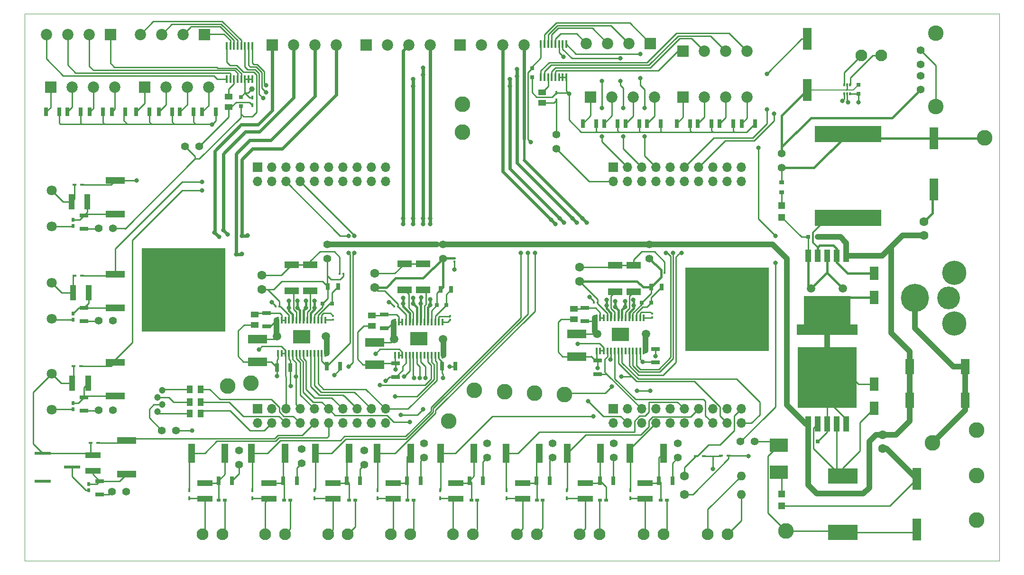
<source format=gbr>
%TF.GenerationSoftware,KiCad,Pcbnew,(6.0.0)*%
%TF.CreationDate,2022-10-28T16:08:40-04:00*%
%TF.ProjectId,Top_Level,546f705f-4c65-4766-956c-2e6b69636164,rev?*%
%TF.SameCoordinates,PX33f5838PY820f690*%
%TF.FileFunction,Copper,L1,Top*%
%TF.FilePolarity,Positive*%
%FSLAX46Y46*%
G04 Gerber Fmt 4.6, Leading zero omitted, Abs format (unit mm)*
G04 Created by KiCad (PCBNEW (6.0.0)) date 2022-10-28 16:08:40*
%MOMM*%
%LPD*%
G01*
G04 APERTURE LIST*
%TA.AperFunction,Profile*%
%ADD10C,0.100000*%
%TD*%
%TA.AperFunction,ComponentPad*%
%ADD11C,1.400000*%
%TD*%
%TA.AperFunction,ComponentPad*%
%ADD12C,2.800000*%
%TD*%
%TA.AperFunction,ComponentPad*%
%ADD13C,2.100000*%
%TD*%
%TA.AperFunction,SMDPad,CuDef*%
%ADD14R,0.750000X0.600000*%
%TD*%
%TA.AperFunction,SMDPad,CuDef*%
%ADD15R,1.600000X0.800000*%
%TD*%
%TA.AperFunction,SMDPad,CuDef*%
%ADD16R,0.800000X1.600000*%
%TD*%
%TA.AperFunction,SMDPad,CuDef*%
%ADD17R,1.000000X1.400000*%
%TD*%
%TA.AperFunction,SMDPad,CuDef*%
%ADD18R,2.720000X1.020000*%
%TD*%
%TA.AperFunction,ComponentPad*%
%ADD19C,1.422400*%
%TD*%
%TA.AperFunction,ComponentPad*%
%ADD20C,2.768600*%
%TD*%
%TA.AperFunction,ComponentPad*%
%ADD21R,1.700000X1.700000*%
%TD*%
%TA.AperFunction,ComponentPad*%
%ADD22O,1.700000X1.700000*%
%TD*%
%TA.AperFunction,ComponentPad*%
%ADD23R,2.025000X2.025000*%
%TD*%
%TA.AperFunction,ComponentPad*%
%ADD24C,2.025000*%
%TD*%
%TA.AperFunction,ComponentPad*%
%ADD25C,1.200000*%
%TD*%
%TA.AperFunction,ComponentPad*%
%ADD26C,1.600000*%
%TD*%
%TA.AperFunction,SMDPad,CuDef*%
%ADD27R,0.330200X0.711200*%
%TD*%
%TA.AperFunction,SMDPad,CuDef*%
%ADD28R,0.800000X0.655600*%
%TD*%
%TA.AperFunction,SMDPad,CuDef*%
%ADD29R,1.400000X1.000000*%
%TD*%
%TA.AperFunction,SMDPad,CuDef*%
%ADD30R,15.000000X15.000000*%
%TD*%
%TA.AperFunction,SMDPad,CuDef*%
%ADD31R,0.950000X0.750000*%
%TD*%
%TA.AperFunction,SMDPad,CuDef*%
%ADD32R,3.350000X1.250000*%
%TD*%
%TA.AperFunction,SMDPad,CuDef*%
%ADD33R,0.304800X1.270000*%
%TD*%
%TA.AperFunction,SMDPad,CuDef*%
%ADD34R,3.039999X2.340000*%
%TD*%
%TA.AperFunction,SMDPad,CuDef*%
%ADD35R,1.020000X2.720000*%
%TD*%
%TA.AperFunction,SMDPad,CuDef*%
%ADD36R,0.450000X1.475000*%
%TD*%
%TA.AperFunction,SMDPad,CuDef*%
%ADD37R,0.700000X1.300000*%
%TD*%
%TA.AperFunction,SMDPad,CuDef*%
%ADD38R,1.600000X2.450000*%
%TD*%
%TA.AperFunction,SMDPad,CuDef*%
%ADD39R,1.250000X3.350000*%
%TD*%
%TA.AperFunction,SMDPad,CuDef*%
%ADD40R,0.711200X0.330200*%
%TD*%
%TA.AperFunction,SMDPad,CuDef*%
%ADD41R,1.200000X1.200000*%
%TD*%
%TA.AperFunction,SMDPad,CuDef*%
%ADD42R,1.070000X2.160000*%
%TD*%
%TA.AperFunction,SMDPad,CuDef*%
%ADD43R,10.800000X1.910000*%
%TD*%
%TA.AperFunction,SMDPad,CuDef*%
%ADD44R,8.330000X5.080000*%
%TD*%
%TA.AperFunction,SMDPad,CuDef*%
%ADD45R,1.498600X3.911600*%
%TD*%
%TA.AperFunction,SMDPad,CuDef*%
%ADD46R,2.971800X0.558800*%
%TD*%
%TA.AperFunction,SMDPad,CuDef*%
%ADD47R,3.500000X1.600000*%
%TD*%
%TA.AperFunction,SMDPad,CuDef*%
%ADD48R,0.655600X0.800000*%
%TD*%
%TA.AperFunction,SMDPad,CuDef*%
%ADD49R,11.912600X2.971800*%
%TD*%
%TA.AperFunction,SMDPad,CuDef*%
%ADD50R,1.400000X1.050000*%
%TD*%
%TA.AperFunction,SMDPad,CuDef*%
%ADD51R,0.600000X0.750000*%
%TD*%
%TA.AperFunction,ComponentPad*%
%ADD52O,1.600000X1.600000*%
%TD*%
%TA.AperFunction,SMDPad,CuDef*%
%ADD53R,0.420000X0.460000*%
%TD*%
%TA.AperFunction,SMDPad,CuDef*%
%ADD54R,3.300000X2.450000*%
%TD*%
%TA.AperFunction,ComponentPad*%
%ADD55C,1.800000*%
%TD*%
%TA.AperFunction,SMDPad,CuDef*%
%ADD56R,5.308600X2.794000*%
%TD*%
%TA.AperFunction,SMDPad,CuDef*%
%ADD57R,2.641600X1.193800*%
%TD*%
%TA.AperFunction,SMDPad,CuDef*%
%ADD58R,0.460000X0.420000*%
%TD*%
%TA.AperFunction,SMDPad,CuDef*%
%ADD59R,1.570000X2.820000*%
%TD*%
%TA.AperFunction,SMDPad,CuDef*%
%ADD60R,0.300000X0.475000*%
%TD*%
%TA.AperFunction,SMDPad,CuDef*%
%ADD61R,1.016000X2.692400*%
%TD*%
%TA.AperFunction,SMDPad,CuDef*%
%ADD62R,10.464800X10.871200*%
%TD*%
%TA.AperFunction,ComponentPad*%
%ADD63C,5.040000*%
%TD*%
%TA.AperFunction,ComponentPad*%
%ADD64C,4.065000*%
%TD*%
%TA.AperFunction,ComponentPad*%
%ADD65C,4.335000*%
%TD*%
%TA.AperFunction,ViaPad*%
%ADD66C,1.500000*%
%TD*%
%TA.AperFunction,ViaPad*%
%ADD67C,0.800000*%
%TD*%
%TA.AperFunction,ViaPad*%
%ADD68C,1.000000*%
%TD*%
%TA.AperFunction,Conductor*%
%ADD69C,0.250000*%
%TD*%
%TA.AperFunction,Conductor*%
%ADD70C,0.400000*%
%TD*%
%TA.AperFunction,Conductor*%
%ADD71C,1.000000*%
%TD*%
%TA.AperFunction,Conductor*%
%ADD72C,0.600000*%
%TD*%
%TA.AperFunction,Conductor*%
%ADD73C,0.200000*%
%TD*%
%TA.AperFunction,Conductor*%
%ADD74C,0.300000*%
%TD*%
G04 APERTURE END LIST*
D10*
X0Y0D02*
X173990000Y0D01*
X173990000Y0D02*
X173990000Y97790000D01*
X173990000Y97790000D02*
X0Y97790000D01*
X0Y97790000D02*
X0Y0D01*
D11*
%TO.P,JP2,1,A*%
%TO.N,+24V*%
X111506000Y56622000D03*
%TO.P,JP2,2,B*%
%TO.N,Net-(C10-Pad2)*%
X111506000Y54082000D03*
%TD*%
D12*
%TO.P,TP15,1,1*%
%TO.N,Net-(C29-Pad1)*%
X135890000Y5334000D03*
%TD*%
D13*
%TO.P,J21,1,1*%
%TO.N,GND*%
X42954000Y4806000D03*
%TO.P,J21,2,2*%
%TO.N,Net-(J21-Pad2)*%
X46454000Y4806000D03*
%TD*%
D14*
%TO.P,R74,1*%
%TO.N,Net-(J21-Pad2)*%
X47413000Y10902000D03*
%TO.P,R74,2*%
%TO.N,Net-(C38-Pad2)*%
X46313000Y10902000D03*
%TD*%
D15*
%TO.P,R14,1*%
%TO.N,Net-(C8-Pad2)*%
X112574000Y37910000D03*
%TO.P,R14,2*%
%TO.N,Z_HOME*%
X112574000Y35510000D03*
%TD*%
D13*
%TO.P,J9,1,1*%
%TO.N,GND*%
X110518000Y4806000D03*
%TO.P,J9,2,2*%
%TO.N,Net-(J9-Pad2)*%
X114018000Y4806000D03*
%TD*%
D16*
%TO.P,R64,1*%
%TO.N,Net-(J19-Pad1)*%
X99659967Y78212000D03*
%TO.P,R64,2*%
%TO.N,GND*%
X102059967Y78212000D03*
%TD*%
D17*
%TO.P,R52,1*%
%TO.N,LED_R*%
X31369000Y28428000D03*
%TO.P,R52,2*%
%TO.N,Net-(LED1-Pad2)*%
X29469000Y28428000D03*
%TD*%
D18*
%TO.P,C13,1*%
%TO.N,GND*%
X88900000Y11150000D03*
%TO.P,C13,2*%
%TO.N,Net-(C13-Pad2)*%
X88900000Y13950000D03*
%TD*%
D19*
%TO.P,J6,1,VBUS*%
%TO.N,+5V*%
X159919000Y84278099D03*
%TO.P,J6,2,D-*%
%TO.N,unconnected-(J6-Pad2)*%
X159919000Y86778099D03*
%TO.P,J6,3,D+*%
%TO.N,unconnected-(J6-Pad3)*%
X159919000Y88778100D03*
%TO.P,J6,4,GND*%
%TO.N,GND*%
X159919000Y91278100D03*
D20*
%TO.P,J6,5,Shield*%
X162629000Y81208100D03*
%TO.P,J6,6,MOUNT*%
%TO.N,unconnected-(J6-Pad6)*%
X162629000Y94348099D03*
%TD*%
D15*
%TO.P,R11,1*%
%TO.N,Net-(IC2-Pad12)*%
X99977722Y45251812D03*
%TO.P,R11,2*%
%TO.N,GND*%
X99977722Y42851812D03*
%TD*%
%TO.P,R13,1*%
%TO.N,Z_FAULT*%
X102310000Y33424000D03*
%TO.P,R13,2*%
%TO.N,Net-(C8-Pad2)*%
X102310000Y35824000D03*
%TD*%
%TO.P,R45,1*%
%TO.N,Net-(C31-Pad2)*%
X10593000Y29294000D03*
%TO.P,R45,2*%
%TO.N,Net-(JP12-Pad2)*%
X10593000Y26894000D03*
%TD*%
D11*
%TO.P,JP15,1,A*%
%TO.N,+3.3V*%
X28595000Y74148000D03*
%TO.P,JP15,2,B*%
%TO.N,Net-(JP15-Pad2)*%
X31135000Y74148000D03*
%TD*%
D21*
%TO.P,J4-J2,1,Pin_1*%
%TO.N,GND*%
X41529000Y70358000D03*
D22*
%TO.P,J4-J2,2,Pin_2*%
%TO.N,RESET_OUT*%
X41529000Y67818000D03*
%TO.P,J4-J2,3,Pin_3*%
%TO.N,HOME_OUT*%
X44069000Y70358000D03*
%TO.P,J4-J2,4,Pin_4*%
%TO.N,START_OUT*%
X44069000Y67818000D03*
%TO.P,J4-J2,5,Pin_5*%
%TO.N,/MSP432E401Y/PH_2*%
X46609000Y70358000D03*
%TO.P,J4-J2,6,Pin_6*%
%TO.N,Y_HOME*%
X46609000Y67818000D03*
%TO.P,J4-J2,7,Pin_7*%
%TO.N,/MSP432E401Y/PH_3*%
X49149000Y70358000D03*
%TO.P,J4-J2,8,Pin_8*%
%TO.N,Y_FAULT*%
X49149000Y67818000D03*
%TO.P,J4-J2,9,Pin_9*%
%TO.N,/MSP432E401Y/RST*%
X51689000Y70358000D03*
%TO.P,J4-J2,10,Pin_10*%
%TO.N,/MSP432E401Y/PL_4*%
X51689000Y67818000D03*
%TO.P,J4-J2,11,Pin_11*%
%TO.N,DEMUX_S0*%
X54229000Y70358000D03*
%TO.P,J4-J2,12,Pin_12*%
%TO.N,/MSP432E401Y/PL_5*%
X54229000Y67818000D03*
%TO.P,J4-J2,13,Pin_13*%
%TO.N,DEMUX_S1*%
X56769000Y70358000D03*
%TO.P,J4-J2,14,Pin_14*%
%TO.N,/MSP432E401Y/PL_0*%
X56769000Y67818000D03*
%TO.P,J4-J2,15,Pin_15*%
%TO.N,DEMUX_S2*%
X59309000Y70358000D03*
%TO.P,J4-J2,16,Pin_16*%
%TO.N,/MSP432E401Y/PL_1*%
X59309000Y67818000D03*
%TO.P,J4-J2,17,Pin_17*%
%TO.N,/MSP432E401Y/PN_3*%
X61849000Y70358000D03*
%TO.P,J4-J2,18,Pin_18*%
%TO.N,/MSP432E401Y/PL_2*%
X61849000Y67818000D03*
%TO.P,J4-J2,19,Pin_19*%
%TO.N,/MSP432E401Y/PP_2*%
X64389000Y70358000D03*
%TO.P,J4-J2,20,Pin_20*%
%TO.N,/MSP432E401Y/PL_3*%
X64389000Y67818000D03*
%TD*%
D23*
%TO.P,J18,1,1*%
%TO.N,Net-(J18-Pad1)*%
X21417992Y84691114D03*
D24*
%TO.P,J18,2,2*%
%TO.N,Net-(J18-Pad2)*%
X25227992Y84691114D03*
%TO.P,J18,3,3*%
%TO.N,Net-(J18-Pad3)*%
X29037992Y84691114D03*
%TO.P,J18,4,4*%
%TO.N,Net-(J18-Pad4)*%
X32847992Y84691114D03*
%TD*%
D18*
%TO.P,C39,1*%
%TO.N,GND*%
X65814000Y11150000D03*
%TO.P,C39,2*%
%TO.N,Net-(C39-Pad2)*%
X65814000Y13950000D03*
%TD*%
D25*
%TO.P,LED1,1,ANODE_BLUE*%
%TO.N,Net-(LED1-Pad1)*%
X24511000Y30501000D03*
%TO.P,LED1,2,ANODE_RED*%
%TO.N,Net-(LED1-Pad2)*%
X23711000Y29231000D03*
%TO.P,LED1,3,COMMON_CATHODE*%
%TO.N,Net-(JP14-Pad2)*%
X24511000Y27961000D03*
%TO.P,LED1,4,ANODE_GREEN*%
%TO.N,Net-(LED1-Pad4)*%
X23711000Y26691000D03*
%TD*%
D26*
%TO.P,C28,1*%
%TO.N,+24V*%
X153162000Y22586000D03*
%TO.P,C28,2*%
%TO.N,GND*%
X153162000Y20086000D03*
%TD*%
D27*
%TO.P,U12,1,1*%
%TO.N,GND*%
X96774000Y11219500D03*
%TO.P,U12,2,2*%
%TO.N,LS_X_OUT*%
X96774000Y12616500D03*
%TD*%
D28*
%TO.P,C35,1*%
%TO.N,+5V*%
X148844000Y85155800D03*
%TO.P,C35,2*%
%TO.N,GND*%
X148844000Y83500200D03*
%TD*%
D23*
%TO.P,J4,1,1*%
%TO.N,/StepperDriver2/2B*%
X44214000Y92264000D03*
D24*
%TO.P,J4,2,2*%
%TO.N,/StepperDriver2/2A*%
X48024000Y92264000D03*
%TO.P,J4,3,3*%
%TO.N,/StepperDriver2/1B*%
X51834000Y92264000D03*
%TO.P,J4,4,4*%
%TO.N,/StepperDriver2/1A*%
X55644000Y92264000D03*
%TD*%
D14*
%TO.P,R17,1*%
%TO.N,Net-(J7-Pad2)*%
X92498000Y10902000D03*
%TO.P,R17,2*%
%TO.N,Net-(C13-Pad2)*%
X91398000Y10902000D03*
%TD*%
D11*
%TO.P,JP20,1,A*%
%TO.N,+3.3V*%
X60579000Y19772000D03*
%TO.P,JP20,2,B*%
%TO.N,Net-(JP20-Pad2)*%
X60579000Y17232000D03*
%TD*%
D16*
%TO.P,R67,1*%
%TO.N,Net-(J18-Pad3)*%
X27711414Y80275456D03*
%TO.P,R67,2*%
%TO.N,GND*%
X30111414Y80275456D03*
%TD*%
D23*
%TO.P,J16,1,1*%
%TO.N,Net-(J16-Pad1)*%
X4640753Y84691114D03*
D24*
%TO.P,J16,2,2*%
%TO.N,Net-(J16-Pad2)*%
X8450753Y84691114D03*
%TO.P,J16,3,3*%
%TO.N,Net-(J16-Pad3)*%
X12260753Y84691114D03*
%TO.P,J16,4,4*%
%TO.N,Net-(J16-Pad4)*%
X16070753Y84691114D03*
%TD*%
D16*
%TO.P,R63,1*%
%TO.N,Net-(J18-Pad1)*%
X19878516Y80275456D03*
%TO.P,R63,2*%
%TO.N,GND*%
X22278516Y80275456D03*
%TD*%
D29*
%TO.P,R54,1*%
%TO.N,Net-(JP16-Pad2)*%
X92390463Y81883312D03*
%TO.P,R54,2*%
%TO.N,Net-(IC6-Pad3)*%
X92390463Y83783312D03*
%TD*%
D30*
%TO.P,HS1,1*%
%TO.N,GND*%
X125349000Y44958000D03*
%TD*%
D23*
%TO.P,J14,1,1*%
%TO.N,Net-(IC5-Pad15)*%
X32063753Y94145650D03*
D24*
%TO.P,J14,2,2*%
%TO.N,Net-(IC5-Pad14)*%
X28253753Y94145650D03*
%TO.P,J14,3,3*%
%TO.N,Net-(IC5-Pad13)*%
X24443753Y94145650D03*
%TO.P,J14,4,4*%
%TO.N,Net-(IC5-Pad12)*%
X20633753Y94145650D03*
%TD*%
D31*
%TO.P,R43,1*%
%TO.N,Net-(D2-Pad1)*%
X135128000Y65952000D03*
%TO.P,R43,2*%
%TO.N,Net-(C30-Pad1)*%
X135128000Y67652000D03*
%TD*%
D32*
%TO.P,R25,1*%
%TO.N,Net-(C15-Pad2)*%
X16129000Y62024000D03*
%TO.P,R25,2*%
%TO.N,HOME_OUT*%
X16129000Y68024000D03*
%TD*%
D33*
%TO.P,IC1,1,CP1*%
%TO.N,Net-(C6-Pad2)*%
X53691574Y43065700D03*
%TO.P,IC1,2,CP2*%
%TO.N,Net-(C6-Pad1)*%
X53041563Y43065700D03*
%TO.P,IC1,3,VCP*%
%TO.N,Net-(C5-Pad1)*%
X52391551Y43065700D03*
%TO.P,IC1,4,VMA*%
%TO.N,Net-(C1-Pad1)*%
X51741540Y43065700D03*
%TO.P,IC1,5,AOUT1*%
%TO.N,/StepperDriver2/1A*%
X51091528Y43065700D03*
%TO.P,IC1,6,ISENA*%
%TO.N,Net-(IC1-Pad6)*%
X50441517Y43065700D03*
%TO.P,IC1,7,AOUT2*%
%TO.N,/StepperDriver2/2A*%
X49791506Y43065700D03*
%TO.P,IC1,8,BOUT2*%
%TO.N,/StepperDriver2/2B*%
X49141494Y43065700D03*
%TO.P,IC1,9,ISENB*%
%TO.N,Net-(IC1-Pad9)*%
X48491483Y43065700D03*
%TO.P,IC1,10,BOUT1*%
%TO.N,/StepperDriver2/1B*%
X47841472Y43065700D03*
%TO.P,IC1,11,VMB*%
%TO.N,Net-(C1-Pad1)*%
X47191460Y43065700D03*
%TO.P,IC1,12,AVREF*%
%TO.N,Net-(IC1-Pad12)*%
X46541449Y43065700D03*
%TO.P,IC1,13,BVREF*%
X45891437Y43065700D03*
%TO.P,IC1,14,GND_1*%
%TO.N,GND*%
X45241426Y43065700D03*
%TO.P,IC1,15,V3P3OUT*%
%TO.N,Net-(C2-Pad2)*%
X45241426Y37122100D03*
%TO.P,IC1,16,NRESET*%
%TO.N,XYZ_RESET*%
X45891437Y37122100D03*
%TO.P,IC1,17,NSLEEP*%
X46541449Y37122100D03*
%TO.P,IC1,18,NFAULT*%
%TO.N,Y_FAULT*%
X47191460Y37122100D03*
%TO.P,IC1,19,DECAY*%
%TO.N,XYZ_DECAY*%
X47841472Y37122100D03*
%TO.P,IC1,20,DIR*%
%TO.N,Y_DIR*%
X48491483Y37122100D03*
%TO.P,IC1,21,NENBL*%
%TO.N,Y_ENABLE*%
X49141494Y37122100D03*
%TO.P,IC1,22,STEP*%
%TO.N,Y_STEP*%
X49791506Y37122100D03*
%TO.P,IC1,23,NC*%
%TO.N,unconnected-(IC1-Pad23)*%
X50441517Y37122100D03*
%TO.P,IC1,24,MODE0*%
%TO.N,XY_MS0*%
X51091528Y37122100D03*
%TO.P,IC1,25,MODE1*%
%TO.N,XY_MS1*%
X51741540Y37122100D03*
%TO.P,IC1,26,MODE2*%
%TO.N,XY_MS2*%
X52391551Y37122100D03*
%TO.P,IC1,27,NHOME*%
%TO.N,Y_HOME*%
X53041563Y37122100D03*
%TO.P,IC1,28,GND_2*%
%TO.N,GND*%
X53691574Y37122100D03*
D34*
%TO.P,IC1,29,EPAD*%
X49466500Y40093900D03*
%TD*%
D18*
%TO.P,C16,1*%
%TO.N,GND*%
X76962000Y11150000D03*
%TO.P,C16,2*%
%TO.N,Net-(C16-Pad2)*%
X76962000Y13950000D03*
%TD*%
D35*
%TO.P,C31,1*%
%TO.N,GND*%
X8506000Y31750000D03*
%TO.P,C31,2*%
%TO.N,Net-(C31-Pad2)*%
X11306000Y31750000D03*
%TD*%
%TO.P,C15,1*%
%TO.N,GND*%
X8379000Y64242000D03*
%TO.P,C15,2*%
%TO.N,Net-(C15-Pad2)*%
X11179000Y64242000D03*
%TD*%
D36*
%TO.P,IC5,16,VCC*%
%TO.N,+3.3V*%
X36067779Y92065591D03*
%TO.P,IC5,15,A2_CHANNEL_IN/OUT*%
%TO.N,Net-(IC5-Pad15)*%
X36717779Y92065591D03*
%TO.P,IC5,14,A1_CHANNEL_IN/OUT*%
%TO.N,Net-(IC5-Pad14)*%
X37367779Y92065591D03*
%TO.P,IC5,13,A0_CHANNEL_IN/OUT*%
%TO.N,Net-(IC5-Pad13)*%
X38017779Y92065591D03*
%TO.P,IC5,12,A3_CHANNEL_IN/OUT*%
%TO.N,Net-(IC5-Pad12)*%
X38667779Y92065591D03*
%TO.P,IC5,11,S0_ADDRESS_SELECT*%
%TO.N,DEMUX_S0*%
X39317779Y92065591D03*
%TO.P,IC5,10,S1_ADDRESS_SELECT*%
%TO.N,DEMUX_S1*%
X39967779Y92065591D03*
%TO.P,IC5,9,S2_ADDRESS_SELECT*%
%TO.N,DEMUX_S2*%
X40617779Y92065591D03*
%TO.P,IC5,8,GND*%
%TO.N,GND*%
X40617779Y86189591D03*
%TO.P,IC5,7,VEE*%
X39967779Y86189591D03*
%TO.P,IC5,6,~{E}*%
X39317779Y86189591D03*
%TO.P,IC5,5,A5_CHANNEL_IN/OUT*%
%TO.N,Net-(IC5-Pad5)*%
X38667779Y86189591D03*
%TO.P,IC5,4,A7_CHANNEL_IN/OUT*%
%TO.N,Net-(IC5-Pad4)*%
X38017779Y86189591D03*
%TO.P,IC5,3,COM_OUT/IN_A*%
%TO.N,Net-(IC5-Pad3)*%
X37367779Y86189591D03*
%TO.P,IC5,2,A6_CHANNEL_IN/OUT*%
%TO.N,Net-(IC5-Pad2)*%
X36717779Y86189591D03*
%TO.P,IC5,1,A4_CHANNEL_IN/OUT*%
%TO.N,Net-(IC5-Pad1)*%
X36067779Y86189591D03*
%TD*%
D37*
%TO.P,R35,1*%
%TO.N,Net-(C19-Pad1)*%
X74234682Y48538900D03*
%TO.P,R35,2*%
%TO.N,Net-(C23-Pad1)*%
X76134682Y48538900D03*
%TD*%
D15*
%TO.P,R24,1*%
%TO.N,Net-(C15-Pad2)*%
X10593000Y61806000D03*
%TO.P,R24,2*%
%TO.N,Net-(JP5-Pad2)*%
X10593000Y59406000D03*
%TD*%
D38*
%TO.P,D3,1*%
%TO.N,Net-(D3-Pad1)*%
X151638000Y27314000D03*
%TO.P,D3,2*%
%TO.N,GND*%
X151638000Y31614000D03*
%TD*%
D12*
%TO.P,TP7,1,1*%
%TO.N,X_ENABLE*%
X90982800Y30002800D03*
%TD*%
D11*
%TO.P,JP10,1,A*%
%TO.N,+3.3V*%
X127782000Y21336000D03*
%TO.P,JP10,2,B*%
%TO.N,Net-(C29-Pad1)*%
X130322000Y21336000D03*
%TD*%
%TO.P,JP13,1,A*%
%TO.N,+3.3V*%
X105156000Y21042000D03*
%TO.P,JP13,2,B*%
%TO.N,Net-(JP13-Pad2)*%
X105156000Y18502000D03*
%TD*%
D35*
%TO.P,C14,1*%
%TO.N,GND*%
X8633000Y47986000D03*
%TO.P,C14,2*%
%TO.N,Net-(C14-Pad2)*%
X11433000Y47986000D03*
%TD*%
D16*
%TO.P,R6,1*%
%TO.N,Y_FAULT*%
X47455000Y34599000D03*
%TO.P,R6,2*%
%TO.N,Net-(C2-Pad2)*%
X45055000Y34599000D03*
%TD*%
D32*
%TO.P,R31,1*%
%TO.N,Net-(C17-Pad2)*%
X18161000Y15542000D03*
%TO.P,R31,2*%
%TO.N,COLOR_OUT*%
X18161000Y21542000D03*
%TD*%
D39*
%TO.P,R79,1*%
%TO.N,Net-(C39-Pad2)*%
X68913000Y19284000D03*
%TO.P,R79,2*%
%TO.N,FP_3_OUT*%
X62913000Y19284000D03*
%TD*%
D40*
%TO.P,U11,1,1*%
%TO.N,GND*%
X8699500Y34798000D03*
%TO.P,U11,2,2*%
%TO.N,START_OUT*%
X10096500Y34798000D03*
%TD*%
D28*
%TO.P,C34,1*%
%TO.N,GND*%
X38574010Y82964642D03*
%TO.P,C34,2*%
%TO.N,+3.3V*%
X38574010Y81309042D03*
%TD*%
D33*
%TO.P,IC2,1,CP1*%
%TO.N,Net-(C12-Pad2)*%
X110528074Y43501800D03*
%TO.P,IC2,2,CP2*%
%TO.N,Net-(C12-Pad1)*%
X109878063Y43501800D03*
%TO.P,IC2,3,VCP*%
%TO.N,Net-(C11-Pad1)*%
X109228051Y43501800D03*
%TO.P,IC2,4,VMA*%
%TO.N,Net-(C10-Pad2)*%
X108578040Y43501800D03*
%TO.P,IC2,5,AOUT1*%
%TO.N,/StepperDriver3/1A*%
X107928028Y43501800D03*
%TO.P,IC2,6,ISENA*%
%TO.N,Net-(IC2-Pad6)*%
X107278017Y43501800D03*
%TO.P,IC2,7,AOUT2*%
%TO.N,/StepperDriver3/2A*%
X106628006Y43501800D03*
%TO.P,IC2,8,BOUT2*%
%TO.N,/StepperDriver3/2B*%
X105977994Y43501800D03*
%TO.P,IC2,9,ISENB*%
%TO.N,Net-(IC2-Pad9)*%
X105327983Y43501800D03*
%TO.P,IC2,10,BOUT1*%
%TO.N,/StepperDriver3/1B*%
X104677972Y43501800D03*
%TO.P,IC2,11,VMB*%
%TO.N,Net-(C10-Pad2)*%
X104027960Y43501800D03*
%TO.P,IC2,12,AVREF*%
%TO.N,Net-(IC2-Pad12)*%
X103377949Y43501800D03*
%TO.P,IC2,13,BVREF*%
X102727937Y43501800D03*
%TO.P,IC2,14,GND_1*%
%TO.N,GND*%
X102077926Y43501800D03*
%TO.P,IC2,15,V3P3OUT*%
%TO.N,Net-(C8-Pad2)*%
X102077926Y37558200D03*
%TO.P,IC2,16,NRESET*%
%TO.N,XYZ_RESET*%
X102727937Y37558200D03*
%TO.P,IC2,17,NSLEEP*%
X103377949Y37558200D03*
%TO.P,IC2,18,NFAULT*%
%TO.N,Z_FAULT*%
X104027960Y37558200D03*
%TO.P,IC2,19,DECAY*%
%TO.N,XYZ_DECAY*%
X104677972Y37558200D03*
%TO.P,IC2,20,DIR*%
%TO.N,Z_DIR*%
X105327983Y37558200D03*
%TO.P,IC2,21,NENBL*%
%TO.N,Z_ENABLE*%
X105977994Y37558200D03*
%TO.P,IC2,22,STEP*%
%TO.N,Z_STEP*%
X106628006Y37558200D03*
%TO.P,IC2,23,NC*%
%TO.N,unconnected-(IC2-Pad23)*%
X107278017Y37558200D03*
%TO.P,IC2,24,MODE0*%
%TO.N,Z_MS0*%
X107928028Y37558200D03*
%TO.P,IC2,25,MODE1*%
%TO.N,Z_MS1*%
X108578040Y37558200D03*
%TO.P,IC2,26,MODE2*%
%TO.N,Z_MS2*%
X109228051Y37558200D03*
%TO.P,IC2,27,NHOME*%
%TO.N,Z_HOME*%
X109878063Y37558200D03*
%TO.P,IC2,28,GND_2*%
%TO.N,GND*%
X110528074Y37558200D03*
D34*
%TO.P,IC2,29,EPAD*%
X106303000Y40530000D03*
%TD*%
D16*
%TO.P,R81,1*%
%TO.N,Net-(C40-Pad2)*%
X57447000Y14383000D03*
%TO.P,R81,2*%
%TO.N,Net-(JP20-Pad2)*%
X59847000Y14383000D03*
%TD*%
%TO.P,R75,1*%
%TO.N,Net-(C38-Pad2)*%
X46172000Y14383000D03*
%TO.P,R75,2*%
%TO.N,Net-(JP18-Pad2)*%
X48572000Y14383000D03*
%TD*%
D11*
%TO.P,JP8,1,A*%
%TO.N,+3.3V*%
X116614000Y21042000D03*
%TO.P,JP8,2,B*%
%TO.N,Net-(JP8-Pad2)*%
X116614000Y18502000D03*
%TD*%
D39*
%TO.P,R28,1*%
%TO.N,Net-(C16-Pad2)*%
X80216000Y19284000D03*
%TO.P,R28,2*%
%TO.N,LS_Z_OUT*%
X74216000Y19284000D03*
%TD*%
D14*
%TO.P,R26,1*%
%TO.N,Net-(J8-Pad2)*%
X80814000Y10902000D03*
%TO.P,R26,2*%
%TO.N,Net-(C16-Pad2)*%
X79714000Y10902000D03*
%TD*%
D41*
%TO.P,D1,1*%
%TO.N,Net-(D1-Pad1)*%
X135112060Y11991913D03*
%TO.P,D1,2*%
%TO.N,GND*%
X135112060Y9891913D03*
%TD*%
D23*
%TO.P,J19,1,1*%
%TO.N,Net-(J19-Pad1)*%
X101044463Y82921000D03*
D24*
%TO.P,J19,2,2*%
%TO.N,Net-(J19-Pad2)*%
X104854463Y82921000D03*
%TO.P,J19,3,3*%
%TO.N,Net-(J19-Pad3)*%
X108664463Y82921000D03*
%TO.P,J19,4,4*%
%TO.N,Net-(J19-Pad4)*%
X112474463Y82921000D03*
%TD*%
D12*
%TO.P,TP3,1,1*%
%TO.N,Y_DIR*%
X40386000Y31780800D03*
%TD*%
D21*
%TO.P,J8-J6,1,Pin_1*%
%TO.N,GND*%
X105029000Y70358000D03*
D22*
%TO.P,J8-J6,2,Pin_2*%
%TO.N,MUX_OUT*%
X105029000Y67818000D03*
%TO.P,J8-J6,3,Pin_3*%
%TO.N,MUX_S0*%
X107569000Y70358000D03*
%TO.P,J8-J6,4,Pin_4*%
%TO.N,/MSP432E401Y/PK_4*%
X107569000Y67818000D03*
%TO.P,J8-J6,5,Pin_5*%
%TO.N,MUX_S1*%
X110109000Y70358000D03*
%TO.P,J8-J6,6,Pin_6*%
%TO.N,/MSP432E401Y/PK_5*%
X110109000Y67818000D03*
%TO.P,J8-J6,7,Pin_7*%
%TO.N,MUX_S2*%
X112649000Y70358000D03*
%TO.P,J8-J6,8,Pin_8*%
%TO.N,FP_2_OUT*%
X112649000Y67818000D03*
%TO.P,J8-J6,9,Pin_9*%
%TO.N,N/C*%
X115189000Y70358000D03*
%TO.P,J8-J6,10,Pin_10*%
%TO.N,FP_1_OUT*%
X115189000Y67818000D03*
%TO.P,J8-J6,11,Pin_11*%
%TO.N,MAG_IN2*%
X117729000Y70358000D03*
%TO.P,J8-J6,12,Pin_12*%
%TO.N,FP_3_OUT*%
X117729000Y67818000D03*
%TO.P,J8-J6,13,Pin_13*%
%TO.N,MAG_IN1*%
X120269000Y70358000D03*
%TO.P,J8-J6,14,Pin_14*%
%TO.N,Z_MS2*%
X120269000Y67818000D03*
%TO.P,J8-J6,15,Pin_15*%
%TO.N,/MSP432E401Y/PP_3*%
X122809000Y70358000D03*
%TO.P,J8-J6,16,Pin_16*%
%TO.N,Z_MS1*%
X122809000Y67818000D03*
%TO.P,J8-J6,17,Pin_17*%
%TO.N,/MSP432E401Y/PQ_1*%
X125349000Y70358000D03*
%TO.P,J8-J6,18,Pin_18*%
%TO.N,Z_MS0*%
X125349000Y67818000D03*
%TO.P,J8-J6,19,Pin_19*%
%TO.N,/MSP432E401Y/PM_6*%
X127889000Y70358000D03*
%TO.P,J8-J6,20,Pin_20*%
%TO.N,/MSP432E401Y/PK_7*%
X127889000Y67818000D03*
%TD*%
D11*
%TO.P,JP18,1,A*%
%TO.N,+3.3V*%
X49403000Y20026000D03*
%TO.P,JP18,2,B*%
%TO.N,Net-(JP18-Pad2)*%
X49403000Y17486000D03*
%TD*%
D14*
%TO.P,R71,1*%
%TO.N,Net-(J20-Pad2)*%
X35729000Y10902000D03*
%TO.P,R71,2*%
%TO.N,Net-(C37-Pad2)*%
X34629000Y10902000D03*
%TD*%
D42*
%TO.P,IC4,1,VIN*%
%TO.N,+24V*%
X146656000Y54551000D03*
%TO.P,IC4,2,OUTPUT*%
%TO.N,Net-(D4-Pad1)*%
X144956000Y54551000D03*
%TO.P,IC4,3,GROUND*%
%TO.N,GND*%
X143256000Y54551000D03*
%TO.P,IC4,4,FEEDBACK*%
%TO.N,Net-(D4-Pad1)*%
X141556000Y54551000D03*
%TO.P,IC4,5,~{ON}/OFF*%
%TO.N,GND*%
X139856000Y54551000D03*
D43*
%TO.P,IC4,6,GND_1*%
X143256000Y41336000D03*
D44*
%TO.P,IC4,7,GND_2*%
X143256000Y44831000D03*
%TD*%
D13*
%TO.P,J23,1,1*%
%TO.N,GND*%
X54178000Y4806000D03*
%TO.P,J23,2,2*%
%TO.N,Net-(J23-Pad2)*%
X57678000Y4806000D03*
%TD*%
D11*
%TO.P,JP11,1,A*%
%TO.N,+5V*%
X135128000Y72878000D03*
%TO.P,JP11,2,B*%
%TO.N,Net-(C30-Pad1)*%
X135128000Y70338000D03*
%TD*%
D16*
%TO.P,R72,1*%
%TO.N,Net-(C37-Pad2)*%
X34587000Y14383000D03*
%TO.P,R72,2*%
%TO.N,Net-(JP17-Pad2)*%
X36987000Y14383000D03*
%TD*%
D18*
%TO.P,C37,1*%
%TO.N,GND*%
X32131000Y11150000D03*
%TO.P,C37,2*%
%TO.N,Net-(C37-Pad2)*%
X32131000Y13950000D03*
%TD*%
D17*
%TO.P,R50,1*%
%TO.N,LED_B*%
X31369000Y30714000D03*
%TO.P,R50,2*%
%TO.N,Net-(LED1-Pad1)*%
X29469000Y30714000D03*
%TD*%
D45*
%TO.P,C30,1*%
%TO.N,Net-(C30-Pad1)*%
X162306000Y75533250D03*
%TO.P,C30,2*%
%TO.N,GND*%
X162306000Y66440050D03*
%TD*%
D16*
%TO.P,R48,1*%
%TO.N,Net-(C32-Pad2)*%
X102659000Y14383000D03*
%TO.P,R48,2*%
%TO.N,Net-(JP13-Pad2)*%
X105059000Y14383000D03*
%TD*%
D12*
%TO.P,TP4,1,1*%
%TO.N,Z_ENABLE*%
X96342200Y29723400D03*
%TD*%
D18*
%TO.P,C32,1*%
%TO.N,GND*%
X100076000Y11150000D03*
%TO.P,C32,2*%
%TO.N,Net-(C32-Pad2)*%
X100076000Y13950000D03*
%TD*%
D39*
%TO.P,R19,1*%
%TO.N,Net-(C13-Pad2)*%
X91900000Y19284000D03*
%TO.P,R19,2*%
%TO.N,LS_Y_OUT*%
X85900000Y19284000D03*
%TD*%
D27*
%TO.P,U13,1,1*%
%TO.N,GND*%
X94881700Y83698400D03*
%TO.P,U13,2,2*%
%TO.N,Net-(JP16-Pad2)*%
X94881700Y82301400D03*
%TD*%
D12*
%TO.P,TP14,1,1*%
%TO.N,Net-(C30-Pad1)*%
X171323000Y75672000D03*
%TD*%
D14*
%TO.P,R32,1*%
%TO.N,Net-(J9-Pad2)*%
X114624000Y10902000D03*
%TO.P,R32,2*%
%TO.N,Net-(C18-Pad2)*%
X113524000Y10902000D03*
%TD*%
D27*
%TO.P,U17,1,1*%
%TO.N,GND*%
X63020000Y11219500D03*
%TO.P,U17,2,2*%
%TO.N,FP_3_OUT*%
X63020000Y12616500D03*
%TD*%
D46*
%TO.P,U7,1,1*%
%TO.N,GND*%
X3225800Y19264000D03*
%TO.P,U7,2,2*%
%TO.N,Net-(R29-Pad1)*%
X8458200Y16764000D03*
%TO.P,U7,3,3*%
%TO.N,unconnected-(U7-Pad3)*%
X3225800Y14264000D03*
%TD*%
D16*
%TO.P,R57,1*%
%TO.N,Net-(J16-Pad2)*%
X7595753Y80275456D03*
%TO.P,R57,2*%
%TO.N,GND*%
X9995753Y80275456D03*
%TD*%
D40*
%TO.P,U4,1,1*%
%TO.N,GND*%
X8864600Y51046700D03*
%TO.P,U4,2,2*%
%TO.N,RESET_OUT*%
X10261600Y51046700D03*
%TD*%
D23*
%TO.P,J3,1,1*%
%TO.N,/StepperDriver1/2B*%
X60978000Y92264000D03*
D24*
%TO.P,J3,2,2*%
%TO.N,/StepperDriver1/2A*%
X64788000Y92264000D03*
%TO.P,J3,3,3*%
%TO.N,/StepperDriver1/1B*%
X68598000Y92264000D03*
%TO.P,J3,4,4*%
%TO.N,/StepperDriver1/1A*%
X72408000Y92264000D03*
%TD*%
D47*
%TO.P,C2,1*%
%TO.N,GND*%
X41592500Y39642800D03*
%TO.P,C2,2*%
%TO.N,Net-(C2-Pad2)*%
X41592500Y35642800D03*
%TD*%
D16*
%TO.P,R18,1*%
%TO.N,Net-(C13-Pad2)*%
X91356000Y14383000D03*
%TO.P,R18,2*%
%TO.N,Net-(JP3-Pad2)*%
X93756000Y14383000D03*
%TD*%
D48*
%TO.P,C23,1*%
%TO.N,Net-(C23-Pad1)*%
X75250482Y45744900D03*
%TO.P,C23,2*%
%TO.N,Net-(C19-Pad1)*%
X73594882Y45744900D03*
%TD*%
D16*
%TO.P,R70,1*%
%TO.N,Net-(J19-Pad4)*%
X111114611Y78212000D03*
%TO.P,R70,2*%
%TO.N,GND*%
X113514611Y78212000D03*
%TD*%
D49*
%TO.P,L2,1,1*%
%TO.N,Net-(C30-Pad1)*%
X146939000Y76365100D03*
%TO.P,L2,2,2*%
%TO.N,Net-(D4-Pad1)*%
X146939000Y61328300D03*
%TD*%
D48*
%TO.P,C26,1*%
%TO.N,+24V*%
X141543800Y57912000D03*
%TO.P,C26,2*%
%TO.N,GND*%
X139888200Y57912000D03*
%TD*%
D18*
%TO.P,C17,1*%
%TO.N,GND*%
X12192000Y18926000D03*
%TO.P,C17,2*%
%TO.N,Net-(C17-Pad2)*%
X12192000Y16126000D03*
%TD*%
D50*
%TO.P,R12,1*%
%TO.N,Net-(C8-Pad2)*%
X98020722Y43201812D03*
%TO.P,R12,2*%
%TO.N,Net-(IC2-Pad12)*%
X98020722Y45101812D03*
%TD*%
D21*
%TO.P,J1-J3,1,Pin_1*%
%TO.N,/MSP432E401Y/+5V*%
X41529000Y27178000D03*
D22*
%TO.P,J1-J3,2,Pin_2*%
%TO.N,+3.3V*%
X41529000Y24638000D03*
%TO.P,J1-J3,3,Pin_3*%
%TO.N,GND*%
X44069000Y27178000D03*
%TO.P,J1-J3,4,Pin_4*%
%TO.N,LED_G*%
X44069000Y24638000D03*
%TO.P,J1-J3,5,Pin_5*%
%TO.N,XYZ_RESET*%
X46609000Y27178000D03*
%TO.P,J1-J3,6,Pin_6*%
%TO.N,LED_R*%
X46609000Y24638000D03*
%TO.P,J1-J3,7,Pin_7*%
%TO.N,XYZ_DECAY*%
X49149000Y27178000D03*
%TO.P,J1-J3,8,Pin_8*%
%TO.N,LED_B*%
X49149000Y24638000D03*
%TO.P,J1-J3,9,Pin_9*%
%TO.N,Y_DIR*%
X51689000Y27178000D03*
%TO.P,J1-J3,10,Pin_10*%
%TO.N,COLOR_OUT*%
X51689000Y24638000D03*
%TO.P,J1-J3,11,Pin_11*%
%TO.N,Y_ENABLE*%
X54229000Y27178000D03*
%TO.P,J1-J3,12,Pin_12*%
%TO.N,NEXT_TURN_OUT*%
X54229000Y24638000D03*
%TO.P,J1-J3,13,Pin_13*%
%TO.N,Y_STEP*%
X56769000Y27178000D03*
%TO.P,J1-J3,14,Pin_14*%
%TO.N,X_FAULT*%
X56769000Y24638000D03*
%TO.P,J1-J3,15,Pin_15*%
%TO.N,XY_MS0*%
X59309000Y27178000D03*
%TO.P,J1-J3,16,Pin_16*%
%TO.N,X_STEP*%
X59309000Y24638000D03*
%TO.P,J1-J3,17,Pin_17*%
%TO.N,XY_MS1*%
X61849000Y27178000D03*
%TO.P,J1-J3,18,Pin_18*%
%TO.N,X_ENABLE*%
X61849000Y24638000D03*
%TO.P,J1-J3,19,Pin_19*%
%TO.N,XY_MS2*%
X64389000Y27178000D03*
%TO.P,J1-J3,20,Pin_20*%
%TO.N,X_DIR*%
X64389000Y24638000D03*
%TD*%
D51*
%TO.P,R23,1*%
%TO.N,Net-(R23-Pad1)*%
X8636000Y59902000D03*
%TO.P,R23,2*%
%TO.N,Net-(C15-Pad2)*%
X8636000Y61002000D03*
%TD*%
D39*
%TO.P,R73,1*%
%TO.N,Net-(C37-Pad2)*%
X35766000Y19284000D03*
%TO.P,R73,2*%
%TO.N,NEXT_TURN_OUT*%
X29766000Y19284000D03*
%TD*%
D12*
%TO.P,TP1,1,1*%
%TO.N,Y_ENABLE*%
X75666600Y24999000D03*
%TD*%
D39*
%TO.P,R34,1*%
%TO.N,Net-(C18-Pad2)*%
X114026000Y19284000D03*
%TO.P,R34,2*%
%TO.N,CAPTURE_OUT*%
X108026000Y19284000D03*
%TD*%
D26*
%TO.P,C19,1*%
%TO.N,Net-(C19-Pad1)*%
X62458600Y48895000D03*
%TO.P,C19,2*%
%TO.N,GND*%
X62458600Y51395000D03*
%TD*%
D48*
%TO.P,C5,1*%
%TO.N,Net-(C5-Pad1)*%
X54866300Y46024800D03*
%TO.P,C5,2*%
%TO.N,Net-(C1-Pad1)*%
X53210700Y46024800D03*
%TD*%
D26*
%TO.P,R16,1*%
%TO.N,U3TX*%
X117729000Y15220000D03*
D52*
%TO.P,R16,2*%
%TO.N,/PiConnector1/Rx_Pi*%
X127889000Y15220000D03*
%TD*%
D15*
%TO.P,R30,1*%
%TO.N,Net-(C17-Pad2)*%
X13387000Y14308000D03*
%TO.P,R30,2*%
%TO.N,Net-(JP7-Pad2)*%
X13387000Y11908000D03*
%TD*%
D27*
%TO.P,U16,1,1*%
%TO.N,GND*%
X40668000Y11219500D03*
%TO.P,U16,2,2*%
%TO.N,FP_2_OUT*%
X40668000Y12616500D03*
%TD*%
D14*
%TO.P,R77,1*%
%TO.N,Net-(J22-Pad2)*%
X69412000Y10902000D03*
%TO.P,R77,2*%
%TO.N,Net-(C39-Pad2)*%
X68312000Y10902000D03*
%TD*%
D53*
%TO.P,C21,1*%
%TO.N,Net-(C19-Pad1)*%
X76708000Y54178000D03*
%TO.P,C21,2*%
%TO.N,GND*%
X76708000Y53518000D03*
%TD*%
D11*
%TO.P,JP12,1,A*%
%TO.N,+3.3V*%
X15728000Y26924000D03*
%TO.P,JP12,2,B*%
%TO.N,Net-(JP12-Pad2)*%
X13188000Y26924000D03*
%TD*%
D16*
%TO.P,R41,1*%
%TO.N,Net-(C20-Pad2)*%
X76919000Y34853000D03*
%TO.P,R41,2*%
%TO.N,X_HOME*%
X74519000Y34853000D03*
%TD*%
D54*
%TO.P,R42,1*%
%TO.N,Net-(C29-Pad1)*%
X134620000Y20738000D03*
%TO.P,R42,2*%
%TO.N,Net-(D1-Pad1)*%
X134620000Y15838000D03*
%TD*%
D16*
%TO.P,R33,1*%
%TO.N,Net-(C18-Pad2)*%
X113228000Y14383000D03*
%TO.P,R33,2*%
%TO.N,Net-(JP8-Pad2)*%
X115628000Y14383000D03*
%TD*%
D55*
%TO.P,S2,1,COM*%
%TO.N,GND*%
X4826000Y66250000D03*
%TO.P,S2,2,NO*%
%TO.N,Net-(R23-Pad1)*%
X4826000Y59850000D03*
%TD*%
D13*
%TO.P,J2,1,1*%
%TO.N,/Electromagnet1/OUT1*%
X149380000Y90386000D03*
%TO.P,J2,2,2*%
%TO.N,/Electromagnet1/OUT2*%
X152880000Y90386000D03*
%TD*%
D39*
%TO.P,R49,1*%
%TO.N,Net-(C32-Pad2)*%
X102822000Y19284000D03*
%TO.P,R49,2*%
%TO.N,LS_X_OUT*%
X96822000Y19284000D03*
%TD*%
D11*
%TO.P,JP14,1,A*%
%TO.N,GND*%
X27031000Y23348000D03*
%TO.P,JP14,2,B*%
%TO.N,Net-(JP14-Pad2)*%
X24491000Y23348000D03*
%TD*%
D48*
%TO.P,C25,1*%
%TO.N,+24V*%
X139888200Y21336000D03*
%TO.P,C25,2*%
%TO.N,GND*%
X141543800Y21336000D03*
%TD*%
D55*
%TO.P,S1,1,COM*%
%TO.N,GND*%
X4826000Y49740000D03*
%TO.P,S1,2,NO*%
%TO.N,Net-(R20-Pad1)*%
X4826000Y43340000D03*
%TD*%
D56*
%TO.P,L1,1,1*%
%TO.N,Net-(C29-Pad1)*%
X146050000Y5118100D03*
%TO.P,L1,2,2*%
%TO.N,Net-(D3-Pad1)*%
X146050000Y15201900D03*
%TD*%
D28*
%TO.P,C33,1*%
%TO.N,GND*%
X90551000Y86464700D03*
%TO.P,C33,2*%
%TO.N,+3.3V*%
X90551000Y88120300D03*
%TD*%
D23*
%TO.P,J12,1,1*%
%TO.N,Net-(IC5-Pad5)*%
X15290753Y94145650D03*
D24*
%TO.P,J12,2,2*%
%TO.N,Net-(IC5-Pad4)*%
X11480753Y94145650D03*
%TO.P,J12,3,3*%
%TO.N,Net-(IC5-Pad2)*%
X7670753Y94145650D03*
%TO.P,J12,4,4*%
%TO.N,Net-(IC5-Pad1)*%
X3860753Y94145650D03*
%TD*%
D57*
%TO.P,R9,1*%
%TO.N,GND*%
X108688722Y52838612D03*
%TO.P,R9,2*%
%TO.N,Net-(IC2-Pad6)*%
X108688722Y48165012D03*
%TD*%
D11*
%TO.P,JP4,1,A*%
%TO.N,+3.3V*%
X15728000Y42926000D03*
%TO.P,JP4,2,B*%
%TO.N,Net-(JP4-Pad2)*%
X13188000Y42926000D03*
%TD*%
D50*
%TO.P,R5,1*%
%TO.N,Net-(C2-Pad2)*%
X41046400Y42210000D03*
%TO.P,R5,2*%
%TO.N,Net-(IC1-Pad12)*%
X41046400Y44110000D03*
%TD*%
D57*
%TO.P,R3,1*%
%TO.N,GND*%
X47688500Y52933600D03*
%TO.P,R3,2*%
%TO.N,Net-(IC1-Pad9)*%
X47688500Y48260000D03*
%TD*%
D11*
%TO.P,JP16,1,A*%
%TO.N,MUX_OUT*%
X94869000Y73660000D03*
%TO.P,JP16,2,B*%
%TO.N,Net-(JP16-Pad2)*%
X94869000Y76200000D03*
%TD*%
%TO.P,JP5,1,A*%
%TO.N,+3.3V*%
X15728000Y59436000D03*
%TO.P,JP5,2,B*%
%TO.N,Net-(JP5-Pad2)*%
X13188000Y59436000D03*
%TD*%
D17*
%TO.P,R51,1*%
%TO.N,LED_G*%
X31369000Y26396000D03*
%TO.P,R51,2*%
%TO.N,Net-(LED1-Pad4)*%
X29469000Y26396000D03*
%TD*%
D23*
%TO.P,J17,1,1*%
%TO.N,Net-(J17-Pad1)*%
X117545463Y82921000D03*
D24*
%TO.P,J17,2,2*%
%TO.N,Net-(J17-Pad2)*%
X121355463Y82921000D03*
%TO.P,J17,3,3*%
%TO.N,Net-(J17-Pad3)*%
X125165463Y82921000D03*
%TO.P,J17,4,4*%
%TO.N,Net-(J17-Pad4)*%
X128975463Y82921000D03*
%TD*%
D27*
%TO.P,U14,1,1*%
%TO.N,GND*%
X40643967Y82865667D03*
%TO.P,U14,2,2*%
%TO.N,Net-(JP15-Pad2)*%
X40643967Y81468667D03*
%TD*%
D26*
%TO.P,C1,1*%
%TO.N,Net-(C1-Pad1)*%
X42354500Y48584800D03*
%TO.P,C1,2*%
%TO.N,GND*%
X42354500Y51084800D03*
%TD*%
%TO.P,C27,1*%
%TO.N,+24V*%
X160528000Y58186000D03*
%TO.P,C27,2*%
%TO.N,GND*%
X160528000Y60686000D03*
%TD*%
D37*
%TO.P,R1,1*%
%TO.N,Net-(C1-Pad1)*%
X54104500Y49072800D03*
%TO.P,R1,2*%
%TO.N,Net-(C5-Pad1)*%
X56004500Y49072800D03*
%TD*%
D11*
%TO.P,JP9,1,A*%
%TO.N,+24V*%
X74676000Y56622000D03*
%TO.P,JP9,2,B*%
%TO.N,Net-(C19-Pad1)*%
X74676000Y54082000D03*
%TD*%
D12*
%TO.P,TP10,1,1*%
%TO.N,GND*%
X169926000Y23368000D03*
%TD*%
D40*
%TO.P,U1,1,1*%
%TO.N,GND*%
X124269500Y18796000D03*
%TO.P,U1,2,2*%
%TO.N,U3RX*%
X125666500Y18796000D03*
%TD*%
D16*
%TO.P,R69,1*%
%TO.N,Net-(J18-Pad4)*%
X31704789Y80275456D03*
%TO.P,R69,2*%
%TO.N,GND*%
X34104789Y80275456D03*
%TD*%
D15*
%TO.P,R38,1*%
%TO.N,Net-(IC3-Pad12)*%
X64187682Y44050900D03*
%TO.P,R38,2*%
%TO.N,GND*%
X64187682Y41650900D03*
%TD*%
D58*
%TO.P,C10,1*%
%TO.N,GND*%
X101576722Y46183812D03*
%TO.P,C10,2*%
%TO.N,Net-(C10-Pad2)*%
X102236722Y46183812D03*
%TD*%
D12*
%TO.P,TP9,1,1*%
%TO.N,X_DIR*%
X80238600Y30536200D03*
%TD*%
D15*
%TO.P,R4,1*%
%TO.N,Net-(IC1-Pad12)*%
X43205400Y44330800D03*
%TO.P,R4,2*%
%TO.N,GND*%
X43205400Y41930800D03*
%TD*%
D58*
%TO.P,C3,1*%
%TO.N,Net-(C1-Pad1)*%
X56908500Y51358800D03*
%TO.P,C3,2*%
%TO.N,GND*%
X56248500Y51358800D03*
%TD*%
D39*
%TO.P,R82,1*%
%TO.N,Net-(C40-Pad2)*%
X57892000Y19284000D03*
%TO.P,R82,2*%
%TO.N,FP_1_OUT*%
X51892000Y19284000D03*
%TD*%
D40*
%TO.P,U8,1,1*%
%TO.N,GND*%
X11747500Y21082000D03*
%TO.P,U8,2,2*%
%TO.N,COLOR_OUT*%
X13144500Y21082000D03*
%TD*%
D11*
%TO.P,JP7,1,A*%
%TO.N,+3.3V*%
X18141000Y12426000D03*
%TO.P,JP7,2,B*%
%TO.N,Net-(JP7-Pad2)*%
X15601000Y12426000D03*
%TD*%
D40*
%TO.P,U2,1,1*%
%TO.N,GND*%
X121221500Y18776000D03*
%TO.P,U2,2,2*%
%TO.N,U3TX*%
X119824500Y18776000D03*
%TD*%
D45*
%TO.P,C29,1*%
%TO.N,Net-(C29-Pad1)*%
X159258000Y5613400D03*
%TO.P,C29,2*%
%TO.N,GND*%
X159258000Y14706600D03*
%TD*%
D13*
%TO.P,J7,1,1*%
%TO.N,GND*%
X87912000Y4806000D03*
%TO.P,J7,2,2*%
%TO.N,Net-(J7-Pad2)*%
X91412000Y4806000D03*
%TD*%
D51*
%TO.P,R20,1*%
%TO.N,Net-(R20-Pad1)*%
X8636000Y43138000D03*
%TO.P,R20,2*%
%TO.N,Net-(C14-Pad2)*%
X8636000Y44238000D03*
%TD*%
D12*
%TO.P,TP12,1,1*%
%TO.N,GND*%
X169926000Y15240000D03*
%TD*%
D16*
%TO.P,R61,1*%
%TO.N,Net-(J16-Pad4)*%
X15571904Y80275456D03*
%TO.P,R61,2*%
%TO.N,GND*%
X17971904Y80275456D03*
%TD*%
%TO.P,R7,1*%
%TO.N,Net-(C2-Pad2)*%
X56345000Y34853000D03*
%TO.P,R7,2*%
%TO.N,Y_HOME*%
X53945000Y34853000D03*
%TD*%
D58*
%TO.P,C22,1*%
%TO.N,GND*%
X65964682Y45490900D03*
%TO.P,C22,2*%
%TO.N,Net-(C19-Pad1)*%
X66624682Y45490900D03*
%TD*%
D32*
%TO.P,R46,1*%
%TO.N,Net-(C31-Pad2)*%
X16129000Y29512000D03*
%TO.P,R46,2*%
%TO.N,START_OUT*%
X16129000Y35512000D03*
%TD*%
D57*
%TO.P,R37,1*%
%TO.N,GND*%
X67818682Y53161700D03*
%TO.P,R37,2*%
%TO.N,Net-(IC3-Pad9)*%
X67818682Y48488100D03*
%TD*%
D12*
%TO.P,TP11,1,1*%
%TO.N,GND*%
X169926000Y7310735D03*
%TD*%
D11*
%TO.P,JP1,1,A*%
%TO.N,+24V*%
X54013100Y56622000D03*
%TO.P,JP1,2,B*%
%TO.N,Net-(C1-Pad1)*%
X54013100Y54082000D03*
%TD*%
D18*
%TO.P,C38,1*%
%TO.N,GND*%
X43561000Y11150000D03*
%TO.P,C38,2*%
%TO.N,Net-(C38-Pad2)*%
X43561000Y13950000D03*
%TD*%
D57*
%TO.P,R10,1*%
%TO.N,GND*%
X105386722Y52838612D03*
%TO.P,R10,2*%
%TO.N,Net-(IC2-Pad9)*%
X105386722Y48165012D03*
%TD*%
D32*
%TO.P,R22,1*%
%TO.N,Net-(C14-Pad2)*%
X16129000Y45240000D03*
%TO.P,R22,2*%
%TO.N,RESET_OUT*%
X16129000Y51240000D03*
%TD*%
D12*
%TO.P,TP8,1,1*%
%TO.N,X_STEP*%
X85648800Y30256800D03*
%TD*%
D47*
%TO.P,C8,1*%
%TO.N,GND*%
X98528722Y40563812D03*
%TO.P,C8,2*%
%TO.N,Net-(C8-Pad2)*%
X98528722Y36563812D03*
%TD*%
D45*
%TO.P,C36,1*%
%TO.N,+5V*%
X139700000Y84232750D03*
%TO.P,C36,2*%
%TO.N,GND*%
X139700000Y93325950D03*
%TD*%
D41*
%TO.P,D2,1*%
%TO.N,Net-(D2-Pad1)*%
X135128000Y63534000D03*
%TO.P,D2,2*%
%TO.N,GND*%
X135128000Y61434000D03*
%TD*%
D11*
%TO.P,JP6,1,A*%
%TO.N,+3.3V*%
X82550000Y21042000D03*
%TO.P,JP6,2,B*%
%TO.N,Net-(JP6-Pad2)*%
X82550000Y18502000D03*
%TD*%
D26*
%TO.P,R15,1*%
%TO.N,U3RX*%
X117729000Y11918000D03*
D52*
%TO.P,R15,2*%
%TO.N,/PiConnector1/Tx_Pi*%
X127889000Y11918000D03*
%TD*%
D26*
%TO.P,C7,1*%
%TO.N,Net-(C10-Pad2)*%
X99036722Y50013812D03*
%TO.P,C7,2*%
%TO.N,GND*%
X99036722Y52513812D03*
%TD*%
D36*
%TO.P,IC6,16,VCC*%
%TO.N,+3.3V*%
X92147463Y92375312D03*
%TO.P,IC6,15,A2_CHANNEL_IN/OUT*%
%TO.N,Net-(IC6-Pad15)*%
X92797463Y92375312D03*
%TO.P,IC6,14,A1_CHANNEL_IN/OUT*%
%TO.N,Net-(IC6-Pad14)*%
X93447463Y92375312D03*
%TO.P,IC6,13,A0_CHANNEL_IN/OUT*%
%TO.N,Net-(IC6-Pad13)*%
X94097463Y92375312D03*
%TO.P,IC6,12,A3_CHANNEL_IN/OUT*%
%TO.N,Net-(IC6-Pad12)*%
X94747463Y92375312D03*
%TO.P,IC6,11,S0_ADDRESS_SELECT*%
%TO.N,MUX_S0*%
X95397463Y92375312D03*
%TO.P,IC6,10,S1_ADDRESS_SELECT*%
%TO.N,MUX_S1*%
X96047463Y92375312D03*
%TO.P,IC6,9,S2_ADDRESS_SELECT*%
%TO.N,MUX_S2*%
X96697463Y92375312D03*
%TO.P,IC6,8,GND*%
%TO.N,GND*%
X96697463Y86499312D03*
%TO.P,IC6,7,VEE*%
X96047463Y86499312D03*
%TO.P,IC6,6,~{E}*%
X95397463Y86499312D03*
%TO.P,IC6,5,A5_CHANNEL_IN/OUT*%
%TO.N,Net-(IC6-Pad5)*%
X94747463Y86499312D03*
%TO.P,IC6,4,A7_CHANNEL_IN/OUT*%
%TO.N,Net-(IC6-Pad4)*%
X94097463Y86499312D03*
%TO.P,IC6,3,COM_OUT/IN_A*%
%TO.N,Net-(IC6-Pad3)*%
X93447463Y86499312D03*
%TO.P,IC6,2,A6_CHANNEL_IN/OUT*%
%TO.N,Net-(IC6-Pad2)*%
X92797463Y86499312D03*
%TO.P,IC6,1,A4_CHANNEL_IN/OUT*%
%TO.N,Net-(IC6-Pad1)*%
X92147463Y86499312D03*
%TD*%
D47*
%TO.P,C20,1*%
%TO.N,GND*%
X62484682Y39108900D03*
%TO.P,C20,2*%
%TO.N,Net-(C20-Pad2)*%
X62484682Y35108900D03*
%TD*%
D11*
%TO.P,JP3,1,A*%
%TO.N,+3.3V*%
X94234000Y21042000D03*
%TO.P,JP3,2,B*%
%TO.N,Net-(JP3-Pad2)*%
X94234000Y18502000D03*
%TD*%
D16*
%TO.P,R66,1*%
%TO.N,Net-(J19-Pad2)*%
X103444361Y78212000D03*
%TO.P,R66,2*%
%TO.N,GND*%
X105844361Y78212000D03*
%TD*%
D14*
%TO.P,R80,1*%
%TO.N,Net-(J23-Pad2)*%
X58998000Y10902000D03*
%TO.P,R80,2*%
%TO.N,Net-(C40-Pad2)*%
X57898000Y10902000D03*
%TD*%
D16*
%TO.P,R78,1*%
%TO.N,Net-(C39-Pad2)*%
X68270000Y14383000D03*
%TO.P,R78,2*%
%TO.N,Net-(JP19-Pad2)*%
X70670000Y14383000D03*
%TD*%
D53*
%TO.P,C12,1*%
%TO.N,Net-(C12-Pad1)*%
X111990722Y44227812D03*
%TO.P,C12,2*%
%TO.N,Net-(C12-Pad2)*%
X111990722Y43567812D03*
%TD*%
D38*
%TO.P,D4,1*%
%TO.N,Net-(D4-Pad1)*%
X151638000Y51426000D03*
%TO.P,D4,2*%
%TO.N,GND*%
X151638000Y47126000D03*
%TD*%
D18*
%TO.P,C18,1*%
%TO.N,GND*%
X110772000Y11150000D03*
%TO.P,C18,2*%
%TO.N,Net-(C18-Pad2)*%
X110772000Y13950000D03*
%TD*%
D16*
%TO.P,R58,1*%
%TO.N,Net-(J17-Pad2)*%
X120179423Y78212000D03*
%TO.P,R58,2*%
%TO.N,GND*%
X122579423Y78212000D03*
%TD*%
D37*
%TO.P,R8,1*%
%TO.N,Net-(C10-Pad2)*%
X111802722Y48977812D03*
%TO.P,R8,2*%
%TO.N,Net-(C11-Pad1)*%
X113702722Y48977812D03*
%TD*%
D13*
%TO.P,J1,1,1*%
%TO.N,/PiConnector1/Rx_Pi*%
X121948000Y4806000D03*
%TO.P,J1,2,2*%
%TO.N,/PiConnector1/Tx_Pi*%
X125448000Y4806000D03*
%TD*%
D40*
%TO.P,U5,1,1*%
%TO.N,GND*%
X8864600Y67302700D03*
%TO.P,U5,2,2*%
%TO.N,HOME_OUT*%
X10261600Y67302700D03*
%TD*%
D59*
%TO.P,F1,1,1*%
%TO.N,Net-(F1-Pad1)*%
X167901000Y34793300D03*
%TO.P,F1,2,2*%
%TO.N,+24V*%
X157981000Y34793300D03*
%TO.P,F1,3,3*%
X157981000Y28733300D03*
%TO.P,F1,4,4*%
%TO.N,Net-(F1-Pad1)*%
X167901000Y28733300D03*
%TD*%
D16*
%TO.P,R60,1*%
%TO.N,Net-(J17-Pad3)*%
X124065520Y78212000D03*
%TO.P,R60,2*%
%TO.N,GND*%
X126465520Y78212000D03*
%TD*%
%TO.P,R68,1*%
%TO.N,Net-(J19-Pad3)*%
X107292463Y78212000D03*
%TO.P,R68,2*%
%TO.N,GND*%
X109692463Y78212000D03*
%TD*%
D57*
%TO.P,R2,1*%
%TO.N,GND*%
X50990500Y52933600D03*
%TO.P,R2,2*%
%TO.N,Net-(IC1-Pad6)*%
X50990500Y48260000D03*
%TD*%
D60*
%TO.P,IC7,1,IN1*%
%TO.N,MAG_IN2*%
X146312000Y83490000D03*
%TO.P,IC7,2,IN2*%
%TO.N,MAG_IN1*%
X146812000Y83490000D03*
%TO.P,IC7,3,GND*%
%TO.N,GND*%
X147312000Y83490000D03*
%TO.P,IC7,4,OUT2*%
%TO.N,/Electromagnet1/OUT2*%
X147312000Y85166000D03*
%TO.P,IC7,5,VM*%
%TO.N,+5V*%
X146812000Y85166000D03*
%TO.P,IC7,6,OUT1*%
%TO.N,/Electromagnet1/OUT1*%
X146312000Y85166000D03*
%TD*%
D33*
%TO.P,IC3,1,CP1*%
%TO.N,Net-(C24-Pad2)*%
X74583756Y42739800D03*
%TO.P,IC3,2,CP2*%
%TO.N,Net-(C24-Pad1)*%
X73933745Y42739800D03*
%TO.P,IC3,3,VCP*%
%TO.N,Net-(C23-Pad1)*%
X73283733Y42739800D03*
%TO.P,IC3,4,VMA*%
%TO.N,Net-(C19-Pad1)*%
X72633722Y42739800D03*
%TO.P,IC3,5,AOUT1*%
%TO.N,/StepperDriver1/1A*%
X71983710Y42739800D03*
%TO.P,IC3,6,ISENA*%
%TO.N,Net-(IC3-Pad6)*%
X71333699Y42739800D03*
%TO.P,IC3,7,AOUT2*%
%TO.N,/StepperDriver1/2A*%
X70683688Y42739800D03*
%TO.P,IC3,8,BOUT2*%
%TO.N,/StepperDriver1/2B*%
X70033676Y42739800D03*
%TO.P,IC3,9,ISENB*%
%TO.N,Net-(IC3-Pad9)*%
X69383665Y42739800D03*
%TO.P,IC3,10,BOUT1*%
%TO.N,/StepperDriver1/1B*%
X68733654Y42739800D03*
%TO.P,IC3,11,VMB*%
%TO.N,Net-(C19-Pad1)*%
X68083642Y42739800D03*
%TO.P,IC3,12,AVREF*%
%TO.N,Net-(IC3-Pad12)*%
X67433631Y42739800D03*
%TO.P,IC3,13,BVREF*%
X66783619Y42739800D03*
%TO.P,IC3,14,GND_1*%
%TO.N,GND*%
X66133608Y42739800D03*
%TO.P,IC3,15,V3P3OUT*%
%TO.N,Net-(C20-Pad2)*%
X66133608Y36796200D03*
%TO.P,IC3,16,NRESET*%
%TO.N,XYZ_RESET*%
X66783619Y36796200D03*
%TO.P,IC3,17,NSLEEP*%
X67433631Y36796200D03*
%TO.P,IC3,18,NFAULT*%
%TO.N,X_FAULT*%
X68083642Y36796200D03*
%TO.P,IC3,19,DECAY*%
%TO.N,XYZ_DECAY*%
X68733654Y36796200D03*
%TO.P,IC3,20,DIR*%
%TO.N,X_DIR*%
X69383665Y36796200D03*
%TO.P,IC3,21,NENBL*%
%TO.N,X_ENABLE*%
X70033676Y36796200D03*
%TO.P,IC3,22,STEP*%
%TO.N,X_STEP*%
X70683688Y36796200D03*
%TO.P,IC3,23,NC*%
%TO.N,unconnected-(IC3-Pad23)*%
X71333699Y36796200D03*
%TO.P,IC3,24,MODE0*%
%TO.N,XY_MS0*%
X71983710Y36796200D03*
%TO.P,IC3,25,MODE1*%
%TO.N,XY_MS1*%
X72633722Y36796200D03*
%TO.P,IC3,26,MODE2*%
%TO.N,XY_MS2*%
X73283733Y36796200D03*
%TO.P,IC3,27,NHOME*%
%TO.N,X_HOME*%
X73933745Y36796200D03*
%TO.P,IC3,28,GND_2*%
%TO.N,GND*%
X74583756Y36796200D03*
D34*
%TO.P,IC3,29,EPAD*%
X70358682Y39768000D03*
%TD*%
D13*
%TO.P,J22,1,1*%
%TO.N,GND*%
X65334000Y4806000D03*
%TO.P,J22,2,2*%
%TO.N,Net-(J22-Pad2)*%
X68834000Y4806000D03*
%TD*%
D27*
%TO.P,U9,1,1*%
%TO.N,GND*%
X108077000Y11219500D03*
%TO.P,U9,2,2*%
%TO.N,CAPTURE_OUT*%
X108077000Y12616500D03*
%TD*%
D14*
%TO.P,R47,1*%
%TO.N,Net-(J11-Pad2)*%
X102701000Y10902000D03*
%TO.P,R47,2*%
%TO.N,Net-(C32-Pad2)*%
X103801000Y10902000D03*
%TD*%
D13*
%TO.P,J11,1,1*%
%TO.N,GND*%
X99088000Y4806000D03*
%TO.P,J11,2,2*%
%TO.N,Net-(J11-Pad2)*%
X102588000Y4806000D03*
%TD*%
D16*
%TO.P,R55,1*%
%TO.N,Net-(J16-Pad1)*%
X3812141Y80275456D03*
%TO.P,R55,2*%
%TO.N,GND*%
X6212141Y80275456D03*
%TD*%
D18*
%TO.P,C40,1*%
%TO.N,GND*%
X54991000Y11150000D03*
%TO.P,C40,2*%
%TO.N,Net-(C40-Pad2)*%
X54991000Y13950000D03*
%TD*%
D58*
%TO.P,C4,1*%
%TO.N,GND*%
X44818500Y45516800D03*
%TO.P,C4,2*%
%TO.N,Net-(C1-Pad1)*%
X45478500Y45516800D03*
%TD*%
D27*
%TO.P,U18,1,1*%
%TO.N,GND*%
X51689000Y11219500D03*
%TO.P,U18,2,2*%
%TO.N,FP_1_OUT*%
X51689000Y12616500D03*
%TD*%
D23*
%TO.P,J5,1,1*%
%TO.N,/StepperDriver3/2B*%
X77733000Y92264000D03*
D24*
%TO.P,J5,2,2*%
%TO.N,/StepperDriver3/2A*%
X81543000Y92264000D03*
%TO.P,J5,3,3*%
%TO.N,/StepperDriver3/1B*%
X85353000Y92264000D03*
%TO.P,J5,4,4*%
%TO.N,/StepperDriver3/1A*%
X89163000Y92264000D03*
%TD*%
D16*
%TO.P,R62,1*%
%TO.N,Net-(J17-Pad4)*%
X127996677Y78212000D03*
%TO.P,R62,2*%
%TO.N,GND*%
X130396677Y78212000D03*
%TD*%
D55*
%TO.P,S3,1,COM*%
%TO.N,GND*%
X4826000Y33484000D03*
%TO.P,S3,2,NO*%
%TO.N,Net-(R44-Pad1)*%
X4826000Y27084000D03*
%TD*%
D61*
%TO.P,U10,1,VIN*%
%TO.N,+24V*%
X139852400Y24485600D03*
%TO.P,U10,2,OUT*%
%TO.N,Net-(D3-Pad1)*%
X141554200Y24485600D03*
%TO.P,U10,3,GND*%
%TO.N,GND*%
X143256000Y24485600D03*
%TO.P,U10,4,FB*%
%TO.N,Net-(D3-Pad1)*%
X144957800Y24485600D03*
%TO.P,U10,5,\u002AON/OFF*%
%TO.N,GND*%
X146659600Y24485600D03*
D62*
%TO.P,U10,6,TAB*%
X143256000Y32766000D03*
%TD*%
D27*
%TO.P,U6,1,1*%
%TO.N,GND*%
X74155300Y11219500D03*
%TO.P,U6,2,2*%
%TO.N,LS_Z_OUT*%
X74155300Y12616500D03*
%TD*%
D16*
%TO.P,R56,1*%
%TO.N,Net-(J17-Pad1)*%
X116400822Y78212000D03*
%TO.P,R56,2*%
%TO.N,GND*%
X118800822Y78212000D03*
%TD*%
D53*
%TO.P,C6,1*%
%TO.N,Net-(C6-Pad1)*%
X55054500Y43814800D03*
%TO.P,C6,2*%
%TO.N,Net-(C6-Pad2)*%
X55054500Y43154800D03*
%TD*%
D12*
%TO.P,TP6,1,1*%
%TO.N,N/C*%
X78105000Y81691800D03*
%TD*%
D23*
%TO.P,J15,1,1*%
%TO.N,Net-(IC6-Pad15)*%
X111694463Y92511000D03*
D24*
%TO.P,J15,2,2*%
%TO.N,Net-(IC6-Pad14)*%
X107884463Y92511000D03*
%TO.P,J15,3,3*%
%TO.N,Net-(IC6-Pad13)*%
X104074463Y92511000D03*
%TO.P,J15,4,4*%
%TO.N,Net-(IC6-Pad12)*%
X100264463Y92511000D03*
%TD*%
D15*
%TO.P,R21,1*%
%TO.N,Net-(C14-Pad2)*%
X10593000Y45296000D03*
%TO.P,R21,2*%
%TO.N,Net-(JP4-Pad2)*%
X10593000Y42896000D03*
%TD*%
D58*
%TO.P,C9,1*%
%TO.N,Net-(C10-Pad2)*%
X113589000Y51542000D03*
%TO.P,C9,2*%
%TO.N,GND*%
X114249000Y51542000D03*
%TD*%
D48*
%TO.P,C11,1*%
%TO.N,Net-(C11-Pad1)*%
X111802522Y46183812D03*
%TO.P,C11,2*%
%TO.N,Net-(C10-Pad2)*%
X110146922Y46183812D03*
%TD*%
D11*
%TO.P,JP19,1,A*%
%TO.N,+3.3V*%
X71247000Y21042000D03*
%TO.P,JP19,2,B*%
%TO.N,Net-(JP19-Pad2)*%
X71247000Y18502000D03*
%TD*%
D13*
%TO.P,J20,1,1*%
%TO.N,GND*%
X31778000Y4806000D03*
%TO.P,J20,2,2*%
%TO.N,Net-(J20-Pad2)*%
X35278000Y4806000D03*
%TD*%
D15*
%TO.P,R40,1*%
%TO.N,X_FAULT*%
X66242000Y32916000D03*
%TO.P,R40,2*%
%TO.N,Net-(C20-Pad2)*%
X66242000Y35316000D03*
%TD*%
D29*
%TO.P,R53,1*%
%TO.N,Net-(JP15-Pad2)*%
X36398166Y81115576D03*
%TO.P,R53,2*%
%TO.N,Net-(IC5-Pad3)*%
X36398166Y83015576D03*
%TD*%
D50*
%TO.P,R39,1*%
%TO.N,Net-(C20-Pad2)*%
X61976682Y42000900D03*
%TO.P,R39,2*%
%TO.N,Net-(IC3-Pad12)*%
X61976682Y43900900D03*
%TD*%
D16*
%TO.P,R59,1*%
%TO.N,Net-(J16-Pad3)*%
X11598225Y80275456D03*
%TO.P,R59,2*%
%TO.N,GND*%
X13998225Y80275456D03*
%TD*%
D39*
%TO.P,R76,1*%
%TO.N,Net-(C38-Pad2)*%
X46462000Y19284000D03*
%TO.P,R76,2*%
%TO.N,FP_2_OUT*%
X40462000Y19284000D03*
%TD*%
D27*
%TO.P,U3,1,1*%
%TO.N,GND*%
X85991700Y11219500D03*
%TO.P,U3,2,2*%
%TO.N,LS_Y_OUT*%
X85991700Y12616500D03*
%TD*%
%TO.P,U15,1,1*%
%TO.N,GND*%
X29337000Y11219500D03*
%TO.P,U15,2,2*%
%TO.N,NEXT_TURN_OUT*%
X29337000Y12616500D03*
%TD*%
D53*
%TO.P,C24,1*%
%TO.N,Net-(C24-Pad1)*%
X75946682Y43788900D03*
%TO.P,C24,2*%
%TO.N,Net-(C24-Pad2)*%
X75946682Y43128900D03*
%TD*%
D13*
%TO.P,J8,1,1*%
%TO.N,GND*%
X76482000Y4806000D03*
%TO.P,J8,2,2*%
%TO.N,Net-(J8-Pad2)*%
X79982000Y4806000D03*
%TD*%
D51*
%TO.P,R29,1*%
%TO.N,Net-(R29-Pad1)*%
X11430000Y12658000D03*
%TO.P,R29,2*%
%TO.N,Net-(C17-Pad2)*%
X11430000Y13758000D03*
%TD*%
%TO.P,R44,1*%
%TO.N,Net-(R44-Pad1)*%
X8636000Y27136000D03*
%TO.P,R44,2*%
%TO.N,Net-(C31-Pad2)*%
X8636000Y28236000D03*
%TD*%
D12*
%TO.P,TP5,1,1*%
%TO.N,N/C*%
X78105000Y76662600D03*
%TD*%
D57*
%TO.P,R36,1*%
%TO.N,GND*%
X71120682Y53161700D03*
%TO.P,R36,2*%
%TO.N,Net-(IC3-Pad6)*%
X71120682Y48488100D03*
%TD*%
D11*
%TO.P,JP17,1,A*%
%TO.N,+3.3V*%
X38227000Y19772000D03*
%TO.P,JP17,2,B*%
%TO.N,Net-(JP17-Pad2)*%
X38227000Y17232000D03*
%TD*%
D21*
%TO.P,J5-J7,1,Pin_1*%
%TO.N,N/C*%
X105029000Y27178000D03*
D22*
%TO.P,J5-J7,2,Pin_2*%
%TO.N,+3.3V*%
X105029000Y24638000D03*
%TO.P,J5-J7,3,Pin_3*%
%TO.N,GND*%
X107569000Y27178000D03*
%TO.P,J5-J7,4,Pin_4*%
%TO.N,X_HOME*%
X107569000Y24638000D03*
%TO.P,J5-J7,5,Pin_5*%
%TO.N,Z_FAULT*%
X110109000Y27178000D03*
%TO.P,J5-J7,6,Pin_6*%
%TO.N,/MSP432E401Y/PP_0*%
X110109000Y24638000D03*
%TO.P,J5-J7,7,Pin_7*%
%TO.N,Z_HOME*%
X112649000Y27178000D03*
%TO.P,J5-J7,8,Pin_8*%
%TO.N,CAPTURE_OUT*%
X112649000Y24638000D03*
%TO.P,J5-J7,9,Pin_9*%
%TO.N,LS_Z_OUT*%
X115189000Y27178000D03*
%TO.P,J5-J7,10,Pin_10*%
%TO.N,/MSP432E401Y/PD_4*%
X115189000Y24638000D03*
%TO.P,J5-J7,11,Pin_11*%
%TO.N,LS_Y_OUT*%
X117729000Y27178000D03*
%TO.P,J5-J7,12,Pin_12*%
%TO.N,/MSP432E401Y/PD_5*%
X117729000Y24638000D03*
%TO.P,J5-J7,13,Pin_13*%
%TO.N,LS_X_OUT*%
X120269000Y27178000D03*
%TO.P,J5-J7,14,Pin_14*%
%TO.N,/MSP432E401Y/PQ_0*%
X120269000Y24638000D03*
%TO.P,J5-J7,15,Pin_15*%
%TO.N,/MSP432E401Y/PK_3*%
X122809000Y27178000D03*
%TO.P,J5-J7,16,Pin_16*%
%TO.N,Z_DIR*%
X122809000Y24638000D03*
%TO.P,J5-J7,17,Pin_17*%
%TO.N,U3RX*%
X125349000Y27178000D03*
%TO.P,J5-J7,18,Pin_18*%
%TO.N,Z_ENABLE*%
X125349000Y24638000D03*
%TO.P,J5-J7,19,Pin_19*%
%TO.N,U3TX*%
X127889000Y27178000D03*
%TO.P,J5-J7,20,Pin_20*%
%TO.N,Z_STEP*%
X127889000Y24638000D03*
%TD*%
D16*
%TO.P,R27,1*%
%TO.N,Net-(C16-Pad2)*%
X79418000Y14383000D03*
%TO.P,R27,2*%
%TO.N,Net-(JP6-Pad2)*%
X81818000Y14383000D03*
%TD*%
D12*
%TO.P,TP2,1,1*%
%TO.N,Y_STEP*%
X36245800Y31323600D03*
%TD*%
D30*
%TO.P,HS2,1*%
%TO.N,GND*%
X28321000Y48494000D03*
%TD*%
D16*
%TO.P,R65,1*%
%TO.N,Net-(J18-Pad2)*%
X23922213Y80275456D03*
%TO.P,R65,2*%
%TO.N,GND*%
X26322213Y80275456D03*
%TD*%
D23*
%TO.P,J13,1,1*%
%TO.N,Net-(IC6-Pad5)*%
X117545463Y91111000D03*
D24*
%TO.P,J13,2,2*%
%TO.N,Net-(IC6-Pad4)*%
X121355463Y91111000D03*
%TO.P,J13,3,3*%
%TO.N,Net-(IC6-Pad2)*%
X125165463Y91111000D03*
%TO.P,J13,4,4*%
%TO.N,Net-(IC6-Pad1)*%
X128975463Y91111000D03*
%TD*%
D63*
%TO.P,J10,1,1*%
%TO.N,Net-(F1-Pad1)*%
X158922000Y46990000D03*
D64*
%TO.P,J10,2,2*%
%TO.N,GND*%
X164922000Y46990000D03*
D65*
%TO.P,J10,3,3*%
%TO.N,unconnected-(J10-Pad3)*%
X165922000Y51490000D03*
%TO.P,J10,4,4*%
%TO.N,unconnected-(J10-Pad4)*%
X165922000Y42490000D03*
%TD*%
D12*
%TO.P,TP13,1,1*%
%TO.N,Net-(F1-Pad1)*%
X162052000Y21082000D03*
%TD*%
D66*
%TO.N,GND*%
X28498800Y42474200D03*
D67*
X44132500Y46278800D03*
X109321600Y30434600D03*
X100814722Y47199812D03*
X97155000Y83546000D03*
D66*
X125349000Y45192000D03*
X22860000Y48392400D03*
X34163000Y42474200D03*
X106224922Y40618900D03*
D67*
X111658400Y30434600D03*
D66*
X65964482Y39674300D03*
X131013200Y45192000D03*
X25603200Y45522200D03*
X31267400Y51516600D03*
X131013200Y51186400D03*
X125349000Y51186400D03*
D67*
X65024682Y46252900D03*
X148844000Y82022000D03*
X33401000Y78034200D03*
D66*
X140411200Y35712400D03*
X34163000Y54386800D03*
X119710200Y51186400D03*
X31267400Y45522200D03*
D68*
X40526204Y84354635D03*
D66*
X125349000Y39273800D03*
X119710200Y39273800D03*
X119710200Y45192000D03*
X146050000Y35712400D03*
X53759100Y40132000D03*
D67*
X122809000Y16490000D03*
D66*
X140411200Y29794200D03*
X143154400Y45872400D03*
X128117600Y42321800D03*
X22860000Y42474200D03*
X25654000Y51516600D03*
X146050000Y29794200D03*
X102186322Y40618900D03*
X49568100Y40132000D03*
X70460282Y39674300D03*
X140411200Y48742600D03*
X22860000Y54386800D03*
X28498800Y48392400D03*
X110873122Y40618900D03*
X74651282Y39674300D03*
D67*
X76708000Y52070000D03*
D66*
X122504200Y48316200D03*
X45072300Y40132000D03*
X140411200Y42824400D03*
D67*
X132461000Y87102000D03*
D66*
X143154400Y32842200D03*
D67*
X29845000Y23348000D03*
D66*
X122453400Y42321800D03*
X28498800Y54386800D03*
X128117600Y48316200D03*
X146050000Y48742600D03*
X34163000Y48392400D03*
X146050000Y42824400D03*
X131013200Y39273800D03*
D67*
%TO.N,Net-(C2-Pad2)*%
X45008800Y33025400D03*
X55245000Y33254000D03*
%TO.N,Net-(C8-Pad2)*%
X112574000Y36631000D03*
X102235000Y34524000D03*
%TO.N,+3.3V*%
X90297000Y74910000D03*
X130937000Y73894000D03*
X133985000Y53320000D03*
X133985000Y58146000D03*
%TO.N,RESET_OUT*%
X31623000Y67798000D03*
%TO.N,HOME_OUT*%
X19939000Y68052000D03*
%TO.N,START_OUT*%
X31623000Y66274000D03*
%TO.N,/StepperDriver2/1A*%
X51752500Y45262800D03*
X39771000Y58166000D03*
X38735000Y58146000D03*
X51752500Y46532800D03*
%TO.N,/StepperDriver2/2A*%
X36195000Y58400000D03*
X35433000Y59162000D03*
X50228500Y45262800D03*
X50228500Y46532800D03*
%TO.N,/StepperDriver2/2B*%
X33883600Y58704800D03*
X48704500Y45262800D03*
X34691000Y57912000D03*
X48704500Y46532800D03*
%TO.N,/StepperDriver2/1B*%
X38755000Y54864000D03*
X47180500Y46532800D03*
X37719000Y54844000D03*
X47180500Y45262800D03*
%TO.N,XYZ_RESET*%
X41783000Y37826000D03*
X62611000Y37064000D03*
X98679000Y38842000D03*
%TO.N,Y_FAULT*%
X57785000Y34768695D03*
X47523400Y31259500D03*
X58801000Y58146000D03*
X58801000Y55098000D03*
%TO.N,XYZ_DECAY*%
X67741800Y33000000D03*
X48387000Y33000000D03*
X104521000Y36048000D03*
%TO.N,Y_ENABLE*%
X68707000Y24821200D03*
%TO.N,Y_HOME*%
X57785000Y55098000D03*
X57785000Y58146000D03*
%TO.N,/StepperDriver3/1A*%
X108688722Y45675812D03*
X100330000Y60452000D03*
X99568000Y61214000D03*
X108651222Y46691812D03*
%TO.N,/StepperDriver3/2A*%
X107164722Y46437812D03*
X87884000Y87884000D03*
X107164722Y45421812D03*
X98552000Y60452000D03*
X87884000Y86614000D03*
X97790000Y61214000D03*
%TO.N,/StepperDriver3/2B*%
X105386722Y46437812D03*
X95504000Y61214000D03*
X86614000Y84836000D03*
X86614000Y86106000D03*
X105386722Y45421812D03*
X96266000Y60452000D03*
%TO.N,/StepperDriver3/1B*%
X94742000Y60198000D03*
X103862722Y45675812D03*
X93980000Y60960000D03*
X103862722Y46691812D03*
%TO.N,Z_ENABLE*%
X104851200Y31222000D03*
X106502200Y33000000D03*
%TO.N,Z_HOME*%
X110333000Y35615000D03*
%TO.N,/StepperDriver1/1A*%
X72390000Y61214000D03*
X72390000Y45725400D03*
X72390000Y60198000D03*
X72390682Y46760900D03*
%TO.N,/StepperDriver1/2A*%
X71120000Y61214000D03*
X71120000Y86868000D03*
X70739000Y47097000D03*
X71120000Y88138000D03*
X70713600Y46030200D03*
X71120000Y60198000D03*
%TO.N,/StepperDriver1/2B*%
X69305182Y46055600D03*
X69342000Y84836000D03*
X69342000Y86106000D03*
X69342000Y61214000D03*
X69342682Y47014900D03*
X69342000Y60198000D03*
%TO.N,/StepperDriver1/1B*%
X67564000Y61214000D03*
X67564682Y45998900D03*
X67564682Y47014900D03*
X67564000Y60198000D03*
%TO.N,X_FAULT*%
X64389000Y32238000D03*
%TO.N,X_DIR*%
X69469000Y32746000D03*
%TO.N,X_ENABLE*%
X67132200Y26142000D03*
X70485000Y32746000D03*
X71145400Y27158000D03*
%TO.N,X_STEP*%
X71501000Y32746000D03*
%TO.N,X_HOME*%
X100584000Y28555000D03*
X74676000Y32746000D03*
%TO.N,Net-(C20-Pad2)*%
X75819000Y34778000D03*
X66167000Y34270000D03*
%TO.N,U3RX*%
X129159000Y18776000D03*
%TO.N,LS_Z_OUT*%
X101473000Y25888000D03*
%TO.N,DEMUX_S2*%
X43053000Y85070000D03*
%TO.N,DEMUX_S1*%
X43053000Y83800000D03*
%TO.N,DEMUX_S0*%
X42545000Y82784000D03*
%TO.N,MUX_S2*%
X109855000Y86340000D03*
X110617000Y81006000D03*
X109855000Y90658000D03*
X110617000Y75926000D03*
%TO.N,MUX_S1*%
X106299000Y85832000D03*
X106807000Y81006000D03*
X106299000Y89896000D03*
X106807000Y75926000D03*
%TO.N,MUX_S0*%
X102997000Y85832000D03*
X102997000Y81006000D03*
X102997000Y75926000D03*
X96139000Y90150000D03*
%TO.N,MAG_IN2*%
X132461000Y80752000D03*
X145923000Y82276000D03*
%TO.N,MAG_IN1*%
X133731000Y79990000D03*
X146939000Y82022000D03*
%TO.N,FP_1_OUT*%
X89789000Y55098000D03*
%TO.N,FP_2_OUT*%
X88519000Y55098000D03*
%TO.N,FP_3_OUT*%
X91059000Y55098000D03*
%TO.N,XY_MS1*%
X66090800Y29444000D03*
%TO.N,XY_MS0*%
X63373000Y31476000D03*
%TO.N,Z_MS2*%
X114427000Y55098000D03*
%TO.N,Z_MS1*%
X115755000Y55098000D03*
%TO.N,Z_MS0*%
X117221000Y55098000D03*
%TD*%
D69*
%TO.N,Net-(C2-Pad2)*%
X44011200Y35642800D02*
X45055000Y34599000D01*
X45008800Y34552800D02*
X45055000Y34599000D01*
X45008800Y33025400D02*
X45008800Y34552800D01*
X45055000Y35911000D02*
X45055000Y34599000D01*
%TO.N,GND*%
X8633000Y47986000D02*
X8633000Y50815100D01*
X122809000Y18776000D02*
X124249500Y18776000D01*
X126465520Y76841480D02*
X126619000Y76688000D01*
X139856000Y57879800D02*
X139888200Y57912000D01*
D70*
X151638000Y47126000D02*
X145551000Y47126000D01*
D69*
X138650000Y57912000D02*
X135128000Y61434000D01*
X139700000Y93325950D02*
X138684950Y93325950D01*
X6560000Y31750000D02*
X4826000Y33484000D01*
X102059967Y78212000D02*
X102059967Y76863033D01*
X110772000Y11150000D02*
X110772000Y5060000D01*
X109855000Y76688000D02*
X113665000Y76688000D01*
X14249400Y78135800D02*
X18313400Y78135800D01*
D70*
X139856000Y54551000D02*
X139856000Y49297800D01*
D69*
X32131000Y5159000D02*
X31778000Y4806000D01*
D71*
X110803000Y40548778D02*
X110803000Y37592000D01*
D69*
X6212141Y78299059D02*
X6375400Y78135800D01*
D70*
X143256000Y51536600D02*
X146050000Y48742600D01*
D69*
X76482000Y4806000D02*
X76482000Y10670000D01*
D71*
X143256000Y32766000D02*
X143256000Y41336000D01*
D69*
X113514611Y78212000D02*
X113514611Y76838389D01*
X147574000Y32854900D02*
X148814900Y31614000D01*
X96697463Y86499312D02*
X96697463Y84003537D01*
D71*
X102186322Y40618900D02*
X101803000Y41002222D01*
D69*
X42954000Y4806000D02*
X42954000Y10543000D01*
D71*
X153162000Y20086000D02*
X153878600Y20086000D01*
X44966500Y40237800D02*
X44966500Y43031900D01*
D70*
X143256000Y54551000D02*
X143256000Y51536600D01*
D69*
X26695400Y78135800D02*
X30505400Y78135800D01*
D71*
X74786145Y39539437D02*
X74786145Y36796200D01*
D69*
X97002600Y83698400D02*
X97155000Y83546000D01*
X109692463Y76850537D02*
X109855000Y76688000D01*
D71*
X65858682Y39780100D02*
X65858682Y42706000D01*
D69*
X126619000Y76688000D02*
X128872677Y76688000D01*
X43865400Y41930800D02*
X44966500Y43031900D01*
X76708000Y53518000D02*
X76708000Y52070000D01*
X30505400Y78135800D02*
X33299400Y78135800D01*
D71*
X74651282Y39674300D02*
X74786145Y39539437D01*
D69*
X139856000Y54551000D02*
X139856000Y57879800D01*
X62458600Y51395000D02*
X66051982Y51395000D01*
D70*
X143205200Y51536600D02*
X140411200Y48742600D01*
D69*
X71120682Y53161700D02*
X67818682Y53161700D01*
X3225800Y19264000D02*
X11854000Y19264000D01*
X65814000Y5286000D02*
X65334000Y4806000D01*
X147312000Y83490000D02*
X148833800Y83490000D01*
X101576722Y46183812D02*
X101576722Y46437812D01*
X138684950Y93325950D02*
X132461000Y87102000D01*
X97155000Y83546000D02*
X97155000Y78866967D01*
X99333967Y76688000D02*
X102235000Y76688000D01*
X18313400Y78135800D02*
X22631400Y78135800D01*
X52705000Y55352000D02*
X50990500Y53637500D01*
X9995753Y78325447D02*
X10185400Y78135800D01*
X44583100Y39642800D02*
X45072300Y40132000D01*
X118800822Y78212000D02*
X118800822Y76886178D01*
X9995753Y80275456D02*
X9995753Y78325447D01*
X105061922Y52513812D02*
X105386722Y52838612D01*
X22278516Y80275456D02*
X22278516Y78488684D01*
X13998225Y80275456D02*
X13998225Y78386975D01*
X1549400Y20940400D02*
X1549400Y30207400D01*
X27031000Y23348000D02*
X29845000Y23348000D01*
X88900000Y5794000D02*
X87912000Y4806000D01*
X41592500Y39642800D02*
X44583100Y39642800D01*
X100076000Y11150000D02*
X100076000Y5794000D01*
D70*
X143256000Y51536600D02*
X143205200Y51536600D01*
D69*
X105844361Y78212000D02*
X105844361Y76888639D01*
X22278516Y78488684D02*
X22631400Y78135800D01*
D71*
X45072300Y40132000D02*
X44966500Y40237800D01*
D69*
X4826000Y49740000D02*
X6580000Y47986000D01*
X114249000Y53498000D02*
X112395000Y55352000D01*
X90551000Y83772775D02*
X91365463Y82958312D01*
X65814000Y11150000D02*
X65814000Y5286000D01*
X126465520Y78212000D02*
X126465520Y76841480D01*
X63020000Y11219500D02*
X65744500Y11219500D01*
X30111414Y78529786D02*
X30505400Y78135800D01*
X105844361Y76888639D02*
X106045000Y76688000D01*
X122809000Y76688000D02*
X126619000Y76688000D01*
X118999000Y76688000D02*
X122809000Y76688000D01*
X159919000Y91278100D02*
X162629000Y88568100D01*
X34104789Y78737989D02*
X34104789Y80275456D01*
X32061500Y11219500D02*
X32131000Y11150000D01*
X6375400Y78135800D02*
X10185400Y78135800D01*
X76892500Y11219500D02*
X76962000Y11150000D01*
X10185400Y78135800D02*
X14249400Y78135800D01*
X97155000Y78866967D02*
X99333967Y76688000D01*
X94141612Y82958312D02*
X94881700Y83698400D01*
D70*
X162052000Y66440050D02*
X162052000Y62210000D01*
D69*
X122579423Y76917577D02*
X122809000Y76688000D01*
X148844000Y83500200D02*
X148844000Y82022000D01*
X110772000Y5060000D02*
X110518000Y4806000D01*
X11747500Y19370500D02*
X12192000Y18926000D01*
X108077000Y11219500D02*
X110702500Y11219500D01*
X94881700Y83698400D02*
X97002600Y83698400D01*
X65024682Y46252900D02*
X65202682Y46252900D01*
X45839700Y51084800D02*
X47688500Y52933600D01*
X13998225Y78386975D02*
X14249400Y78135800D01*
X135112060Y9891913D02*
X154443313Y9891913D01*
X11747500Y21082000D02*
X11747500Y19370500D01*
D70*
X162052000Y62210000D02*
X160528000Y60686000D01*
D69*
X74155300Y11219500D02*
X76892500Y11219500D01*
X32131000Y11150000D02*
X32131000Y5159000D01*
X39879980Y83708411D02*
X40526204Y84354635D01*
X39317779Y83708411D02*
X39317779Y86189591D01*
X162629000Y88568100D02*
X162629000Y81208100D01*
X66051982Y51395000D02*
X67818682Y53161700D01*
X6580000Y47986000D02*
X8633000Y47986000D01*
X17673636Y78775564D02*
X18313400Y78135800D01*
X95397463Y86499312D02*
X96047463Y86499312D01*
X99036722Y52513812D02*
X105061922Y52513812D01*
X96047463Y86499312D02*
X96697463Y86499312D01*
X42954000Y10543000D02*
X43561000Y11150000D01*
X40643967Y82865667D02*
X40160523Y82865667D01*
X4826000Y66250000D02*
X6834000Y64242000D01*
X43491500Y11219500D02*
X43561000Y11150000D01*
X118800822Y76886178D02*
X118999000Y76688000D01*
X113665000Y76688000D02*
X118999000Y76688000D01*
X98528722Y40563812D02*
X102131234Y40563812D01*
X102131234Y40563812D02*
X102186322Y40618900D01*
X8633000Y50815100D02*
X8864600Y51046700D01*
X143256000Y23048200D02*
X143256000Y24485600D01*
X106045000Y76688000D02*
X109855000Y76688000D01*
X91365463Y82958312D02*
X94141612Y82958312D01*
X114249000Y51542000D02*
X114249000Y53498000D01*
X8699500Y34798000D02*
X8699500Y31943500D01*
X65399082Y39108900D02*
X65964482Y39674300D01*
D71*
X110873122Y40618900D02*
X110803000Y40548778D01*
X110875000Y40618900D02*
X110803000Y40546900D01*
D69*
X8864600Y67302700D02*
X8864600Y64727600D01*
X55245000Y55352000D02*
X52705000Y55352000D01*
X6212141Y80275456D02*
X6212141Y78299059D01*
X109692463Y78212000D02*
X109692463Y76850537D01*
X17971904Y80499590D02*
X17673636Y80201322D01*
X110702500Y11219500D02*
X110772000Y11150000D01*
X39317779Y83708411D02*
X39879980Y83708411D01*
X54991000Y11150000D02*
X54991000Y5619000D01*
X112395000Y55352000D02*
X110109000Y55352000D01*
X30111414Y80275456D02*
X30111414Y78529786D01*
X42354500Y51084800D02*
X45839700Y51084800D01*
X44818500Y45592800D02*
X44132500Y46278800D01*
X85991700Y11219500D02*
X88830500Y11219500D01*
X121221500Y18776000D02*
X122809000Y18776000D01*
X11854000Y19264000D02*
X12192000Y18926000D01*
X100076000Y5794000D02*
X99088000Y4806000D01*
X113514611Y76838389D02*
X113665000Y76688000D01*
X100006500Y11219500D02*
X100076000Y11150000D01*
X50990500Y53637500D02*
X50990500Y52933600D01*
X40160523Y82865667D02*
X39317779Y83708411D01*
X146659600Y25323800D02*
X143256000Y28727400D01*
X148833800Y83490000D02*
X148844000Y83500200D01*
D71*
X65964482Y39674300D02*
X65858682Y39780100D01*
D69*
X148814900Y31614000D02*
X151638000Y31614000D01*
X141543800Y21336000D02*
X143256000Y23048200D01*
X96774000Y11219500D02*
X100006500Y11219500D01*
X64803582Y41650900D02*
X65858682Y42706000D01*
X8506000Y31750000D02*
X6560000Y31750000D01*
D71*
X101803000Y41002222D02*
X101803000Y43468000D01*
D69*
X99977722Y42851812D02*
X101800722Y42851812D01*
X122809000Y18776000D02*
X122809000Y16490000D01*
X29337000Y11219500D02*
X32061500Y11219500D01*
X6834000Y64242000D02*
X8379000Y64242000D01*
X139888200Y57912000D02*
X138650000Y57912000D01*
X39317779Y86189591D02*
X40617779Y86189591D01*
X124249500Y18776000D02*
X124269500Y18796000D01*
X122579423Y78212000D02*
X122579423Y76917577D01*
X1549400Y30207400D02*
X4826000Y33484000D01*
X145551000Y47126000D02*
X143256000Y44831000D01*
X8699500Y31943500D02*
X8506000Y31750000D01*
X101800722Y42851812D02*
X101803000Y42854090D01*
X33401000Y78034200D02*
X34104789Y78737989D01*
X26322213Y78508987D02*
X26695400Y78135800D01*
X143256000Y28727400D02*
X143256000Y32766000D01*
X65202682Y46252900D02*
X65964682Y45490900D01*
X110109000Y55352000D02*
X108688722Y53931722D01*
D71*
X53759100Y40132000D02*
X53966500Y39924600D01*
D69*
X8864600Y64727600D02*
X8379000Y64242000D01*
X76482000Y10670000D02*
X76962000Y11150000D01*
X56248500Y51358800D02*
X56248500Y54348500D01*
X26322213Y80275456D02*
X26322213Y78508987D01*
X128872677Y76688000D02*
X130396677Y78212000D01*
D71*
X143256000Y46062900D02*
X143256000Y44831000D01*
D69*
X17673636Y80201322D02*
X17673636Y78775564D01*
X43549500Y41930800D02*
X43865400Y41930800D01*
X102235000Y76688000D02*
X106045000Y76688000D01*
X88830500Y11219500D02*
X88900000Y11150000D01*
X22631400Y78135800D02*
X26695400Y78135800D01*
X101576722Y46437812D02*
X100814722Y47199812D01*
X90551000Y86464700D02*
X90551000Y83772775D01*
D70*
X139856000Y49297800D02*
X140411200Y48742600D01*
D69*
X146659600Y24485600D02*
X146659600Y25323800D01*
X96697463Y84003537D02*
X97155000Y83546000D01*
X154443313Y9891913D02*
X159258000Y14706600D01*
X102059967Y76863033D02*
X102235000Y76688000D01*
X47688500Y52933600D02*
X50990500Y52933600D01*
X38574010Y82964642D02*
X39317779Y83708411D01*
X33299400Y78135800D02*
X33401000Y78034200D01*
X109321600Y30434600D02*
X111658400Y30434600D01*
X3225800Y19264000D02*
X1549400Y20940400D01*
X40668000Y11219500D02*
X43491500Y11219500D01*
X143256000Y24485600D02*
X143256000Y32766000D01*
X56248500Y54348500D02*
X55245000Y55352000D01*
X54921500Y11219500D02*
X54991000Y11150000D01*
D71*
X153878600Y20086000D02*
X159258000Y14706600D01*
D69*
X108688722Y52838612D02*
X105386722Y52838612D01*
X44818500Y45516800D02*
X44818500Y45592800D01*
X88900000Y11150000D02*
X88900000Y5794000D01*
X62484682Y39108900D02*
X65399082Y39108900D01*
X108688722Y53931722D02*
X108688722Y52838612D01*
X65744500Y11219500D02*
X65814000Y11150000D01*
X54991000Y5619000D02*
X54178000Y4806000D01*
X51689000Y11219500D02*
X54921500Y11219500D01*
D71*
X53966500Y39924600D02*
X53966500Y37155900D01*
D69*
X64187682Y41650900D02*
X64803582Y41650900D01*
D71*
%TO.N,+24V*%
X157981000Y37483834D02*
X154702615Y40762219D01*
X150756857Y13101392D02*
X149716722Y12061257D01*
X154702615Y40762219D02*
X154702615Y56167471D01*
X155564463Y22586000D02*
X157981000Y25002537D01*
X149716722Y12061257D02*
X141418269Y12061257D01*
X136017000Y27888077D02*
X136017000Y54082000D01*
X133477000Y56622000D02*
X111506000Y56622000D01*
X146656000Y56868977D02*
X145612977Y57912000D01*
X139888200Y13604084D02*
X139888200Y21336000D01*
X139888200Y24449800D02*
X139852400Y24485600D01*
X73571100Y56622000D02*
X54013100Y56622000D01*
X111506000Y56622000D02*
X74676000Y56622000D01*
X146656000Y54551000D02*
X153086144Y54551000D01*
X136017000Y54082000D02*
X133477000Y56622000D01*
X157981000Y34793300D02*
X157981000Y37483834D01*
X151987929Y22586000D02*
X150756857Y21354928D01*
X157981000Y25002537D02*
X157981000Y28733300D01*
X139881821Y13597705D02*
X139888200Y13604084D01*
X139888200Y21336000D02*
X139888200Y24449800D01*
X139852400Y24485600D02*
X139419477Y24485600D01*
X156728851Y58193707D02*
X156736558Y58186000D01*
X145612977Y57912000D02*
X141543800Y57912000D01*
X150756857Y21354928D02*
X150756857Y13101392D01*
X141418269Y12061257D02*
X139881821Y13597705D01*
X157981000Y28733300D02*
X157981000Y34793300D01*
X139419477Y24485600D02*
X136017000Y27888077D01*
X153162000Y22586000D02*
X155564463Y22586000D01*
X153162000Y22586000D02*
X151987929Y22586000D01*
X146656000Y54551000D02*
X146656000Y56868977D01*
X156736558Y58186000D02*
X160528000Y58186000D01*
X153086144Y54551000D02*
X154702615Y56167471D01*
X154702615Y56167471D02*
X156728851Y58193707D01*
D69*
%TO.N,Net-(C2-Pad2)*%
X45241426Y36097426D02*
X45055000Y35911000D01*
X56345000Y34853000D02*
X56345000Y34354000D01*
X45241426Y37122100D02*
X45241426Y36097426D01*
X56345000Y34354000D02*
X55245000Y33254000D01*
X41592500Y35642800D02*
X44011200Y35642800D01*
X39033200Y35642800D02*
X41592500Y35642800D01*
X39162000Y42210000D02*
X38100000Y41148000D01*
X38100000Y41148000D02*
X38100000Y36576000D01*
X41046400Y42210000D02*
X39162000Y42210000D01*
X38100000Y36576000D02*
X39033200Y35642800D01*
%TO.N,Net-(C6-Pad1)*%
X54594500Y44294800D02*
X53341900Y44294800D01*
X53341900Y44294800D02*
X53041500Y43994400D01*
X55054500Y43814800D02*
X55054500Y43834800D01*
X53041500Y43994400D02*
X53041500Y43031900D01*
X55054500Y43834800D02*
X54594500Y44294800D01*
%TO.N,Net-(C6-Pad2)*%
X55054500Y43154800D02*
X53814400Y43154800D01*
X53814400Y43154800D02*
X53691500Y43031900D01*
%TO.N,Net-(C8-Pad2)*%
X96024188Y36563812D02*
X98528722Y36563812D01*
X102235000Y35749000D02*
X102310000Y35824000D01*
X112574000Y37910000D02*
X112574000Y36631000D01*
X95250000Y42672000D02*
X95250000Y37338000D01*
X95250000Y37338000D02*
X96024188Y36563812D01*
X98020722Y43201812D02*
X95779812Y43201812D01*
X102077926Y36056074D02*
X102310000Y35824000D01*
X101079812Y36563812D02*
X98528722Y36563812D01*
X102077926Y37558200D02*
X102077926Y36056074D01*
X101092000Y36576000D02*
X101079812Y36563812D01*
X102310000Y35824000D02*
X101844000Y35824000D01*
X101844000Y35824000D02*
X101092000Y36576000D01*
X95779812Y43201812D02*
X95250000Y42672000D01*
X102235000Y34524000D02*
X102235000Y35749000D01*
%TO.N,Net-(C12-Pad1)*%
X109878000Y43468000D02*
X109878000Y44322298D01*
X111687118Y44531416D02*
X111990722Y44227812D01*
X109878000Y44322298D02*
X110087118Y44531416D01*
X110087118Y44531416D02*
X111687118Y44531416D01*
%TO.N,Net-(C10-Pad2)*%
X102236722Y46183812D02*
X102236722Y46813812D01*
X102236722Y46813812D02*
X99036722Y50013812D01*
X108578000Y44295090D02*
X110146922Y45864012D01*
X104028000Y43468000D02*
X104028000Y44240534D01*
X111802722Y47839612D02*
X111802722Y48977812D01*
X110146922Y46183812D02*
X111802722Y47839612D01*
D70*
X110378812Y48977812D02*
X111802722Y48977812D01*
X113589000Y51542000D02*
X113589000Y51999000D01*
X109342812Y50013812D02*
X110378812Y48977812D01*
X113589000Y51999000D02*
X111506000Y54082000D01*
D69*
X110146922Y45864012D02*
X110146922Y46183812D01*
D70*
X113589000Y50764090D02*
X113589000Y51542000D01*
D69*
X104028000Y44240534D02*
X102236722Y46031812D01*
X108578000Y43468000D02*
X108578000Y44295090D01*
D70*
X109342812Y50013812D02*
X99036722Y50013812D01*
X111802722Y48977812D02*
X113589000Y50764090D01*
D69*
X102236722Y46031812D02*
X102236722Y46183812D01*
%TO.N,Net-(C12-Pad2)*%
X111890910Y43468000D02*
X111990722Y43567812D01*
X110528000Y43468000D02*
X111890910Y43468000D01*
%TO.N,Net-(C13-Pad2)*%
X90923000Y13950000D02*
X91356000Y14383000D01*
X91398000Y14341000D02*
X91356000Y14383000D01*
X88900000Y13950000D02*
X90923000Y13950000D01*
X91398000Y10902000D02*
X91398000Y14341000D01*
X91356000Y18740000D02*
X91900000Y19284000D01*
X91356000Y14383000D02*
X91356000Y18740000D01*
%TO.N,Net-(C14-Pad2)*%
X10593000Y45296000D02*
X16073000Y45296000D01*
X16073000Y45296000D02*
X16129000Y45240000D01*
X10593000Y45296000D02*
X9694000Y45296000D01*
X9694000Y45296000D02*
X8636000Y44238000D01*
X11433000Y47986000D02*
X11433000Y46136000D01*
X11433000Y46136000D02*
X10593000Y45296000D01*
%TO.N,Net-(C15-Pad2)*%
X11179000Y62392000D02*
X10593000Y61806000D01*
X11179000Y64242000D02*
X11179000Y62392000D01*
X9789000Y61002000D02*
X10593000Y61806000D01*
X16129000Y62024000D02*
X10811000Y62024000D01*
X8636000Y61002000D02*
X9789000Y61002000D01*
X10811000Y62024000D02*
X10593000Y61806000D01*
%TO.N,Net-(C16-Pad2)*%
X80216000Y15181000D02*
X79418000Y14383000D01*
X80216000Y19284000D02*
X80216000Y15181000D01*
X78985000Y13950000D02*
X79418000Y14383000D01*
X79714000Y10902000D02*
X79714000Y14087000D01*
X79714000Y14087000D02*
X79418000Y14383000D01*
X76962000Y13950000D02*
X78985000Y13950000D01*
%TO.N,+3.3V*%
X31135000Y71882000D02*
X30373000Y71882000D01*
X40924224Y87414461D02*
X41401848Y86936837D01*
X36067779Y89200482D02*
X36625606Y88642655D01*
X38574010Y79321010D02*
X31135000Y71882000D01*
X133985000Y58146000D02*
X130937000Y61194000D01*
X30373000Y72370000D02*
X30373000Y71882000D01*
X130937000Y61194000D02*
X130937000Y73894000D01*
X40674040Y79476801D02*
X39059215Y79476801D01*
X30373000Y71882000D02*
X17907000Y59416000D01*
X132334000Y25888000D02*
X133985000Y27539000D01*
X127782000Y21336000D02*
X132334000Y25888000D01*
X90551000Y88120300D02*
X89789000Y87358300D01*
X39053201Y87414461D02*
X40924224Y87414461D01*
X17887000Y59436000D02*
X15728000Y59436000D01*
X41401848Y86936837D02*
X41401848Y80204609D01*
X133985000Y27539000D02*
X133985000Y53320000D01*
X89789000Y75418000D02*
X90297000Y74910000D01*
X28595000Y74148000D02*
X30373000Y72370000D01*
X37825007Y88642655D02*
X39053201Y87414461D01*
X36067779Y92065591D02*
X36067779Y89200482D01*
X38574010Y79962006D02*
X38574010Y81309042D01*
X38574010Y81309042D02*
X38574010Y79321010D01*
X92147463Y92375312D02*
X92147463Y89970763D01*
X92147463Y89970763D02*
X90297000Y88120300D01*
X89789000Y87358300D02*
X89789000Y75418000D01*
X39059215Y79476801D02*
X38574010Y79962006D01*
X41401848Y80204609D02*
X40674040Y79476801D01*
X36625606Y88642655D02*
X37825007Y88642655D01*
X17907000Y59416000D02*
X17887000Y59436000D01*
%TO.N,RESET_OUT*%
X28067000Y67798000D02*
X31623000Y67798000D01*
X10261600Y51046700D02*
X15935700Y51046700D01*
X15935700Y51046700D02*
X16129000Y51240000D01*
X16129000Y51240000D02*
X16129000Y55860000D01*
X16129000Y55860000D02*
X28067000Y67798000D01*
%TO.N,HOME_OUT*%
X15407700Y67302700D02*
X16129000Y68024000D01*
X19911000Y68024000D02*
X19939000Y68052000D01*
X16129000Y68024000D02*
X19911000Y68024000D01*
X10261600Y67302700D02*
X15407700Y67302700D01*
%TO.N,Net-(C18-Pad2)*%
X113524000Y14087000D02*
X113228000Y14383000D01*
X112795000Y13950000D02*
X113228000Y14383000D01*
X113524000Y10902000D02*
X113524000Y14087000D01*
X113228000Y18486000D02*
X114026000Y19284000D01*
X110772000Y13950000D02*
X112795000Y13950000D01*
X113228000Y14383000D02*
X113228000Y18486000D01*
%TO.N,START_OUT*%
X15415000Y34798000D02*
X16129000Y35512000D01*
X19177000Y39096000D02*
X19177000Y57384000D01*
X19177000Y57384000D02*
X28067000Y66274000D01*
X10096500Y34798000D02*
X15415000Y34798000D01*
X28067000Y66274000D02*
X31623000Y66274000D01*
X16129000Y35512000D02*
X16129000Y36048000D01*
X16129000Y36048000D02*
X19177000Y39096000D01*
D72*
%TO.N,/StepperDriver2/1A*%
X55644000Y83330000D02*
X55644000Y92264000D01*
D70*
X51752500Y45019033D02*
X51752500Y45262800D01*
D72*
X45974000Y73660000D02*
X55644000Y83330000D01*
D70*
X51091500Y43031900D02*
X51091500Y44358033D01*
D72*
X38735000Y58146000D02*
X39751000Y58146000D01*
D70*
X39751000Y58146000D02*
X39771000Y58166000D01*
D72*
X38735000Y58146000D02*
X38735000Y71755000D01*
D70*
X51091500Y44358033D02*
X51752500Y45019033D01*
X51752500Y46532800D02*
X51752500Y45262800D01*
D72*
X40640000Y73660000D02*
X45974000Y73660000D01*
X38735000Y71755000D02*
X40640000Y73660000D01*
D69*
%TO.N,Net-(IC1-Pad6)*%
X50528805Y44537800D02*
X50990500Y44999495D01*
X50990500Y44999495D02*
X50990500Y48260000D01*
X50519500Y44537800D02*
X50528805Y44537800D01*
X50441500Y43031900D02*
X50441500Y44459800D01*
X50441500Y44459800D02*
X50519500Y44537800D01*
D72*
%TO.N,/StepperDriver2/2A*%
X35433000Y72771000D02*
X39370000Y76708000D01*
D70*
X49791500Y43031900D02*
X49791500Y44825800D01*
D72*
X41910000Y76708000D02*
X48024000Y82822000D01*
X39370000Y76708000D02*
X41910000Y76708000D01*
D70*
X49791500Y44825800D02*
X50228500Y45262800D01*
X50228500Y46532800D02*
X50228500Y45262800D01*
D72*
X35433000Y59162000D02*
X35433000Y72771000D01*
X48024000Y82822000D02*
X48024000Y92264000D01*
X35433000Y59162000D02*
X36195000Y58400000D01*
%TO.N,/StepperDriver2/2B*%
X41656000Y77978000D02*
X44214000Y80536000D01*
X44214000Y80536000D02*
X44214000Y92264000D01*
X33898200Y58704800D02*
X34691000Y57912000D01*
D70*
X49141500Y43031900D02*
X49141500Y44825800D01*
X48704500Y46532800D02*
X48704500Y45262800D01*
X33883600Y58704800D02*
X33898200Y58704800D01*
X49141500Y44825800D02*
X48704500Y45262800D01*
X33883600Y58704800D02*
X33909000Y58730200D01*
D72*
X33909000Y58730200D02*
X33909000Y73279000D01*
X38608000Y77978000D02*
X41656000Y77978000D01*
X33909000Y73279000D02*
X38608000Y77978000D01*
D69*
%TO.N,Net-(IC1-Pad9)*%
X48491500Y44450495D02*
X47979500Y44962495D01*
X47979500Y44962495D02*
X47979500Y47969000D01*
X47979500Y47969000D02*
X47688500Y48260000D01*
X48491500Y43031900D02*
X48491500Y44450495D01*
D72*
%TO.N,/StepperDriver2/1B*%
X37719000Y54844000D02*
X38735000Y54844000D01*
X43942000Y75184000D02*
X51834000Y83076000D01*
X37719000Y54844000D02*
X37719000Y72771000D01*
D70*
X47841500Y43031900D02*
X47841500Y44093800D01*
D72*
X51834000Y83076000D02*
X51834000Y92264000D01*
D70*
X38735000Y54844000D02*
X38755000Y54864000D01*
X47841500Y44093800D02*
X47180500Y44754800D01*
D72*
X37719000Y72771000D02*
X40132000Y75184000D01*
D70*
X47180500Y44754800D02*
X47180500Y45262800D01*
D72*
X40132000Y75184000D02*
X43942000Y75184000D01*
D70*
X47180500Y46532800D02*
X47180500Y45262800D01*
D69*
%TO.N,Net-(IC1-Pad12)*%
X43549500Y44330800D02*
X41742500Y44330800D01*
X45555100Y44330800D02*
X45891500Y43994400D01*
X45891500Y43994400D02*
X45891500Y43031900D01*
X46541500Y43031900D02*
X45891500Y43031900D01*
X43549500Y44330800D02*
X45555100Y44330800D01*
X41742500Y44330800D02*
X41592500Y44180800D01*
%TO.N,XYZ_RESET*%
X46541449Y37122100D02*
X46541449Y33067551D01*
X42311000Y38354000D02*
X41783000Y37826000D01*
X66866431Y37846000D02*
X63393000Y37846000D01*
X45891500Y37155900D02*
X45878518Y37142918D01*
X67433631Y36796200D02*
X67433631Y37278800D01*
X103403279Y37566721D02*
X103378000Y37592000D01*
X46541449Y37604700D02*
X45792149Y38354000D01*
X63393000Y37846000D02*
X62611000Y37064000D01*
X67433631Y37278800D02*
X66866431Y37846000D01*
X102616000Y38862000D02*
X98699000Y38862000D01*
X45891500Y37155900D02*
X46541500Y37155900D01*
X46609000Y33000000D02*
X46609000Y27178000D01*
X103378000Y38100000D02*
X102616000Y38862000D01*
X98699000Y38862000D02*
X98679000Y38842000D01*
X66783619Y36796200D02*
X67433631Y36796200D01*
X103378000Y37592000D02*
X103378000Y38100000D01*
X46541449Y37122100D02*
X46541449Y37604700D01*
X102728000Y37592000D02*
X103378000Y37592000D01*
X46541449Y33067551D02*
X46609000Y33000000D01*
X45792149Y38354000D02*
X42311000Y38354000D01*
%TO.N,Y_FAULT*%
X58801000Y58146000D02*
X58801000Y58166000D01*
X58801000Y55098000D02*
X58547000Y54844000D01*
X47455000Y35857000D02*
X47455000Y34599000D01*
X47191460Y37122100D02*
X47191460Y36120540D01*
X47455000Y31327900D02*
X47523400Y31259500D01*
X58547000Y54844000D02*
X58547000Y35530695D01*
X58801000Y58166000D02*
X49149000Y67818000D01*
X47191460Y36120540D02*
X47455000Y35857000D01*
X47455000Y34599000D02*
X47455000Y31327900D01*
X58547000Y35530695D02*
X57785000Y34768695D01*
%TO.N,XYZ_DECAY*%
X48387000Y33000000D02*
X48387000Y27940000D01*
X47841472Y36062528D02*
X47841472Y37122100D01*
X48387000Y35517000D02*
X47841472Y36062528D01*
X48387000Y27940000D02*
X49149000Y27178000D01*
X67741800Y33000000D02*
X68733654Y33991854D01*
X104677972Y37558200D02*
X104677972Y36204972D01*
X104677972Y36204972D02*
X104521000Y36048000D01*
X68733654Y33991854D02*
X68733654Y36796200D01*
X48387000Y33000000D02*
X48387000Y35517000D01*
%TO.N,Y_DIR*%
X49149000Y35540000D02*
X49149000Y29698000D01*
X48491483Y37122100D02*
X48491483Y36197517D01*
X49169000Y29698000D02*
X51689000Y27178000D01*
X48491483Y36197517D02*
X49149000Y35540000D01*
X49149000Y29698000D02*
X49169000Y29698000D01*
%TO.N,Y_ENABLE*%
X51435000Y28428000D02*
X52979000Y28428000D01*
X64685701Y26003000D02*
X55404000Y26003000D01*
X52979000Y28428000D02*
X54229000Y27178000D01*
X68707000Y24821200D02*
X65867501Y24821200D01*
X55404000Y26003000D02*
X54229000Y27178000D01*
X65867501Y24821200D02*
X64685701Y26003000D01*
X49141494Y36183902D02*
X49657000Y35668396D01*
X49657000Y30206000D02*
X51435000Y28428000D01*
X49657000Y35668396D02*
X49657000Y30206000D01*
X49141494Y37122100D02*
X49141494Y36183902D01*
%TO.N,Y_STEP*%
X49791506Y36170286D02*
X50165000Y35796792D01*
X49791506Y37122100D02*
X49791506Y36170286D01*
X50165000Y35796792D02*
X50165000Y30714000D01*
X50165000Y30714000D02*
X51689000Y29190000D01*
X54757000Y29190000D02*
X56769000Y27178000D01*
X51689000Y29190000D02*
X54757000Y29190000D01*
%TO.N,Y_HOME*%
X56281000Y58146000D02*
X46609000Y67818000D01*
X53945000Y34853000D02*
X58039000Y38947000D01*
X58039000Y40874000D02*
X58039000Y54844000D01*
X58039000Y38947000D02*
X58039000Y40874000D01*
X58039000Y54844000D02*
X57785000Y55098000D01*
X53041563Y37122100D02*
X53041563Y35756437D01*
X53041563Y35756437D02*
X53945000Y34853000D01*
X57785000Y58146000D02*
X56281000Y58146000D01*
D72*
%TO.N,/StepperDriver3/1A*%
X99568000Y61214000D02*
X89154000Y71628000D01*
D70*
X107928000Y44417323D02*
X107928000Y43468000D01*
X108688722Y46654312D02*
X108651222Y46691812D01*
D72*
X100330000Y60452000D02*
X99568000Y61214000D01*
D70*
X108688722Y45675812D02*
X108688722Y46654312D01*
X89154000Y71628000D02*
X89154000Y75438000D01*
X89154000Y75438000D02*
X89163000Y75447000D01*
D72*
X89163000Y75447000D02*
X89163000Y92264000D01*
D70*
X108688722Y45675812D02*
X108688722Y45178045D01*
X108688722Y45178045D02*
X107928000Y44417323D01*
D69*
%TO.N,Net-(IC2-Pad6)*%
X107926722Y45158507D02*
X107926722Y47403012D01*
X107926722Y47403012D02*
X108688722Y48165012D01*
X107278000Y44509785D02*
X107926722Y45158507D01*
X107278000Y43468000D02*
X107278000Y44509785D01*
D70*
%TO.N,/StepperDriver3/2A*%
X106628000Y43468000D02*
X106628000Y44885090D01*
D72*
X87884000Y87884000D02*
X87884000Y71120000D01*
D70*
X106628000Y44885090D02*
X107164722Y45421812D01*
X107164722Y45421812D02*
X107164722Y46437812D01*
D72*
X98552000Y60452000D02*
X97790000Y61214000D01*
X87884000Y71120000D02*
X97790000Y61214000D01*
D70*
%TO.N,/StepperDriver3/2B*%
X105978000Y43468000D02*
X105978000Y44830534D01*
X105386722Y45421812D02*
X105386722Y46437812D01*
X105978000Y44830534D02*
X105386722Y45421812D01*
D72*
X95504000Y61214000D02*
X86614000Y70104000D01*
X86614000Y86106000D02*
X86614000Y70104000D01*
X96266000Y60452000D02*
X95504000Y61214000D01*
D69*
%TO.N,Net-(IC2-Pad9)*%
X104624722Y47403012D02*
X105386722Y48165012D01*
X105328000Y44455500D02*
X104624722Y45158778D01*
X105328000Y43468000D02*
X105328000Y44455500D01*
X104624722Y45158778D02*
X104624722Y47403012D01*
D70*
%TO.N,/StepperDriver3/1B*%
X103862722Y45675812D02*
X103862722Y46691812D01*
D72*
X85353000Y70875000D02*
X85353000Y92264000D01*
D70*
X85344000Y70866000D02*
X85353000Y70875000D01*
D72*
X94742000Y60198000D02*
X93980000Y60960000D01*
X93980000Y60960000D02*
X85344000Y69596000D01*
X85344000Y69596000D02*
X85344000Y70866000D01*
D70*
X103862722Y45675812D02*
X103862722Y45178316D01*
X103862722Y45178316D02*
X104678000Y44363038D01*
X104678000Y44363038D02*
X104678000Y43468000D01*
D69*
%TO.N,Net-(IC2-Pad12)*%
X101906688Y45251812D02*
X102728000Y44430500D01*
X102728000Y44430500D02*
X102728000Y43468000D01*
X99977722Y45251812D02*
X101906688Y45251812D01*
X103378000Y43468000D02*
X102728000Y43468000D01*
X99827722Y45101812D02*
X99977722Y45251812D01*
X98020722Y45101812D02*
X99827722Y45101812D01*
%TO.N,Z_FAULT*%
X104027960Y36580265D02*
X103505000Y36057305D01*
X102310000Y33424000D02*
X103863000Y33424000D01*
X103505000Y36057305D02*
X103505000Y33782000D01*
X103863000Y33424000D02*
X110109000Y27178000D01*
X104027960Y37558200D02*
X104027960Y36580265D01*
X103505000Y33782000D02*
X103863000Y33424000D01*
%TO.N,Z_DIR*%
X121534722Y28533878D02*
X121190600Y28878000D01*
X122809000Y24638000D02*
X121534722Y25912278D01*
X121534722Y25912278D02*
X121534722Y28533878D01*
X105327983Y32595413D02*
X108951298Y28972098D01*
X109045396Y28878000D02*
X108951298Y28972098D01*
X105327983Y37558200D02*
X105327983Y32595413D01*
X121190600Y28878000D02*
X109045396Y28878000D01*
%TO.N,Z_ENABLE*%
X106502200Y33000000D02*
X108331000Y33000000D01*
X124079000Y25908000D02*
X125349000Y24638000D01*
X119530501Y32118200D02*
X124079000Y27569701D01*
X109212800Y32118200D02*
X119530501Y32118200D01*
X104851200Y31222000D02*
X103632000Y30002800D01*
X103632000Y30002800D02*
X96088200Y30002800D01*
X108331000Y33000000D02*
X108458000Y32873000D01*
X105977994Y35353006D02*
X108458000Y32873000D01*
X105977994Y37558200D02*
X105977994Y35353006D01*
X108458000Y32873000D02*
X109212800Y32118200D01*
X124079000Y27569701D02*
X124079000Y25908000D01*
%TO.N,Z_STEP*%
X106628006Y35464994D02*
X109524800Y32568200D01*
X129687000Y24638000D02*
X127889000Y24638000D01*
X131191000Y26142000D02*
X129687000Y24638000D01*
X127050800Y32568200D02*
X131191000Y28428000D01*
X109524800Y32568200D02*
X127050800Y32568200D01*
X106628006Y37558200D02*
X106628006Y35464994D01*
X131191000Y28428000D02*
X131191000Y26142000D01*
%TO.N,Z_HOME*%
X109878063Y36069937D02*
X110333000Y35615000D01*
X109878063Y36069937D02*
X109878063Y37558200D01*
X112469000Y35615000D02*
X112574000Y35510000D01*
X110333000Y35615000D02*
X112469000Y35615000D01*
D72*
%TO.N,/StepperDriver1/1A*%
X72408000Y61232000D02*
X72408000Y92264000D01*
D70*
X72390000Y61214000D02*
X72408000Y61232000D01*
D72*
X72408000Y61232000D02*
X72408000Y60216000D01*
D70*
X72408000Y60216000D02*
X72390000Y60198000D01*
X72390682Y45744900D02*
X71983682Y45337900D01*
X71983682Y45337900D02*
X71983682Y42706000D01*
X72390682Y45744900D02*
X72390682Y46760900D01*
D69*
%TO.N,Net-(IC3-Pad6)*%
X71333699Y42739800D02*
X71333699Y45624994D01*
X71602600Y45893895D02*
X71602600Y48006182D01*
X71602600Y48006182D02*
X71120682Y48488100D01*
X71333699Y45624994D02*
X71602600Y45893895D01*
D70*
%TO.N,/StepperDriver1/2A*%
X70713600Y47071600D02*
X70713600Y46030200D01*
D72*
X71120000Y61214000D02*
X71120000Y60198000D01*
D70*
X70713600Y46030200D02*
X70683682Y46000282D01*
X70683682Y46000282D02*
X70683682Y45307900D01*
D72*
X71120000Y61214000D02*
X71120000Y88138000D01*
D70*
X70683682Y42706000D02*
X70683682Y45307900D01*
D72*
%TO.N,/StepperDriver1/2B*%
X69342000Y61214000D02*
X69342000Y86106000D01*
D70*
X69305182Y46055600D02*
X69305182Y46036400D01*
D72*
X69342000Y60198000D02*
X69342000Y61214000D01*
D70*
X69342682Y47014900D02*
X69342682Y46093100D01*
X69342682Y46093100D02*
X69305182Y46055600D01*
X70033682Y45307900D02*
X70033682Y42706000D01*
X69305182Y46036400D02*
X70033682Y45307900D01*
D69*
%TO.N,Net-(IC3-Pad9)*%
X68580682Y47726100D02*
X68580682Y45236900D01*
X68580682Y45236900D02*
X69383682Y44433900D01*
X69383682Y44433900D02*
X69383682Y42706000D01*
X67818682Y48488100D02*
X68580682Y47726100D01*
D72*
%TO.N,/StepperDriver1/1B*%
X67564000Y60198000D02*
X67564000Y61214000D01*
D70*
X67818682Y45236900D02*
X67564682Y45490900D01*
D72*
X67564000Y61214000D02*
X67564000Y91230000D01*
D70*
X68733682Y44321900D02*
X67818682Y45236900D01*
X67564682Y47014900D02*
X67564682Y45998900D01*
X67564682Y45490900D02*
X67564682Y45998900D01*
D72*
X67564000Y91230000D02*
X68598000Y92264000D01*
D70*
X68733682Y42706000D02*
X68733682Y44321900D01*
D69*
%TO.N,Net-(IC3-Pad12)*%
X64037682Y43900900D02*
X64187682Y44050900D01*
X66401282Y44050900D02*
X66783682Y43668500D01*
X61976682Y43900900D02*
X64037682Y43900900D01*
X67433682Y42706000D02*
X66783682Y42706000D01*
X64187682Y44050900D02*
X66401282Y44050900D01*
X66783682Y43668500D02*
X66783682Y42706000D01*
%TO.N,X_FAULT*%
X66242000Y32916000D02*
X65067000Y32916000D01*
X67437000Y34111000D02*
X66242000Y32916000D01*
X65067000Y32916000D02*
X64389000Y32238000D01*
X67437000Y34787305D02*
X67437000Y34111000D01*
X68083642Y35433947D02*
X67437000Y34787305D01*
X68083642Y36796200D02*
X68083642Y35433947D01*
%TO.N,X_DIR*%
X69469000Y32746000D02*
X69383665Y32831335D01*
X69383665Y32831335D02*
X69383665Y36796200D01*
%TO.N,X_ENABLE*%
X70485000Y32746000D02*
X70485000Y34787305D01*
X70485000Y34787305D02*
X70033676Y35238629D01*
X70129400Y26142000D02*
X67132200Y26142000D01*
X71145400Y27158000D02*
X70129400Y26142000D01*
X70033676Y35238629D02*
X70033676Y36796200D01*
%TO.N,X_STEP*%
X70683688Y35604617D02*
X70683688Y36796200D01*
X71501000Y34787305D02*
X70683688Y35604617D01*
X71501000Y32746000D02*
X71501000Y34787305D01*
%TO.N,X_HOME*%
X73933745Y36155255D02*
X74519000Y35570000D01*
X74676000Y32746000D02*
X74676000Y33401000D01*
X73933745Y36796200D02*
X73933745Y36155255D01*
X100584000Y28555000D02*
X103251000Y25888000D01*
X74676000Y33401000D02*
X74519000Y33558000D01*
X74519000Y35570000D02*
X74519000Y34853000D01*
X103251000Y25888000D02*
X106319000Y25888000D01*
X74519000Y33558000D02*
X74519000Y34853000D01*
X106319000Y25888000D02*
X107569000Y24638000D01*
%TO.N,Net-(C17-Pad2)*%
X12192000Y16126000D02*
X12192000Y15503000D01*
X11430000Y13758000D02*
X12837000Y13758000D01*
X13387000Y14308000D02*
X16927000Y14308000D01*
X16927000Y14308000D02*
X18161000Y15542000D01*
X12192000Y15503000D02*
X13387000Y14308000D01*
X12837000Y13758000D02*
X13387000Y14308000D01*
%TO.N,Net-(C19-Pad1)*%
X68083682Y44031900D02*
X66624682Y45490900D01*
D70*
X74676000Y54082000D02*
X74676000Y48980218D01*
D69*
X68083682Y42706000D02*
X68083682Y44031900D01*
X64240682Y48304900D02*
X63048700Y48304900D01*
D70*
X71140000Y50546000D02*
X66212400Y50546000D01*
X74676000Y54082000D02*
X74772000Y54178000D01*
D69*
X73594882Y47899100D02*
X74234682Y48538900D01*
D70*
X74772000Y54178000D02*
X76708000Y54178000D01*
D69*
X64240682Y48304900D02*
X66624682Y45920900D01*
X63048700Y48304900D02*
X62458600Y48895000D01*
X73594882Y45744900D02*
X73594882Y47899100D01*
X72633682Y44783700D02*
X73594882Y45744900D01*
D70*
X64561400Y48895000D02*
X62458600Y48895000D01*
X74676000Y48980218D02*
X74234682Y48538900D01*
D69*
X72633682Y42706000D02*
X72633682Y44783700D01*
D70*
X66212400Y50546000D02*
X64561400Y48895000D01*
X74676000Y54082000D02*
X71140000Y50546000D01*
D69*
X66624682Y45920900D02*
X66624682Y45490900D01*
%TO.N,Net-(C20-Pad2)*%
X75819000Y34778000D02*
X76844000Y34778000D01*
X59436000Y40894000D02*
X59436000Y36068000D01*
X60542900Y42000900D02*
X59436000Y40894000D01*
X66167000Y35241000D02*
X66242000Y35316000D01*
X60395100Y35108900D02*
X62484682Y35108900D01*
X66242000Y35316000D02*
X62691782Y35316000D01*
X62691782Y35316000D02*
X62484682Y35108900D01*
X66167000Y34270000D02*
X66167000Y35241000D01*
X76844000Y34778000D02*
X76919000Y34853000D01*
X66133608Y36796200D02*
X66133608Y35424392D01*
X66133608Y35424392D02*
X66242000Y35316000D01*
X59436000Y36068000D02*
X60395100Y35108900D01*
X61976682Y42000900D02*
X60542900Y42000900D01*
%TO.N,Net-(C24-Pad1)*%
X75814482Y43768500D02*
X75899082Y43683900D01*
X73933682Y43668500D02*
X74033682Y43768500D01*
X73933682Y42706000D02*
X73933682Y43668500D01*
X74033682Y43768500D02*
X75814482Y43768500D01*
%TO.N,Net-(C24-Pad2)*%
X75523782Y42706000D02*
X75946682Y43128900D01*
X74583682Y42706000D02*
X75523782Y42706000D01*
%TO.N,Net-(C29-Pad1)*%
X145834100Y5334000D02*
X146050000Y5118100D01*
X134022000Y21336000D02*
X134620000Y20738000D01*
X158762700Y5118100D02*
X159258000Y5613400D01*
X146050000Y5118100D02*
X158762700Y5118100D01*
X135890000Y5334000D02*
X145834100Y5334000D01*
X132645000Y18763000D02*
X134620000Y20738000D01*
X130322000Y21336000D02*
X134022000Y21336000D01*
X135890000Y5334000D02*
X132645000Y8579000D01*
X132645000Y8579000D02*
X132645000Y18763000D01*
D70*
%TO.N,Net-(C30-Pad1)*%
X162306000Y75533250D02*
X171184250Y75533250D01*
D69*
X135128000Y67652000D02*
X135128000Y70338000D01*
D70*
X146939000Y76365100D02*
X140911900Y70338000D01*
X147770850Y75533250D02*
X146939000Y76365100D01*
X171184250Y75533250D02*
X171323000Y75672000D01*
X140911900Y70338000D02*
X135128000Y70338000D01*
X162306000Y75533250D02*
X147770850Y75533250D01*
D69*
%TO.N,Net-(C31-Pad2)*%
X10593000Y31037000D02*
X11306000Y31750000D01*
X10811000Y29512000D02*
X10593000Y29294000D01*
X8636000Y28236000D02*
X9535000Y28236000D01*
X10593000Y29294000D02*
X10593000Y31037000D01*
X16129000Y29512000D02*
X10811000Y29512000D01*
X9535000Y28236000D02*
X10593000Y29294000D01*
%TO.N,Net-(C32-Pad2)*%
X100076000Y13950000D02*
X102226000Y13950000D01*
X103801000Y13241000D02*
X102659000Y14383000D01*
X102226000Y13950000D02*
X102659000Y14383000D01*
X102659000Y14383000D02*
X102659000Y19121000D01*
X103801000Y10902000D02*
X103801000Y13241000D01*
X102659000Y19121000D02*
X102822000Y19284000D01*
%TO.N,Net-(C1-Pad1)*%
X54013100Y51021300D02*
X54013100Y49164200D01*
X54104500Y49072800D02*
X54104500Y46918600D01*
X51741500Y43994400D02*
X53210700Y45463600D01*
X45847000Y50018000D02*
X44413800Y48584800D01*
X54013100Y49164200D02*
X54104500Y49072800D01*
X43350500Y48584800D02*
X45478500Y46456800D01*
X54013100Y54082000D02*
X54013100Y51021300D01*
X42354500Y48584800D02*
X43350500Y48584800D01*
X54711600Y50322800D02*
X54013100Y51021300D01*
X45478500Y46456800D02*
X45478500Y45516800D01*
X56332500Y50322800D02*
X54711600Y50322800D01*
X44413800Y48584800D02*
X42354500Y48584800D01*
X47191500Y44001338D02*
X45676038Y45516800D01*
X54104500Y49072800D02*
X53159300Y50018000D01*
X45676038Y45516800D02*
X45478500Y45516800D01*
X54104500Y46918600D02*
X53210700Y46024800D01*
X51741500Y43031900D02*
X51741500Y43994400D01*
X56908500Y50898800D02*
X56332500Y50322800D01*
X53159300Y50018000D02*
X45847000Y50018000D01*
X56908500Y51358800D02*
X56908500Y50898800D01*
X47191500Y43031900D02*
X47191500Y44001338D01*
X53210700Y45463600D02*
X53210700Y46024800D01*
%TO.N,Net-(C5-Pad1)*%
X54866300Y47934600D02*
X56004500Y49072800D01*
X54866300Y46024800D02*
X54866300Y47934600D01*
X52391500Y43994400D02*
X54421900Y46024800D01*
X54421900Y46024800D02*
X54866300Y46024800D01*
X52391500Y43031900D02*
X52391500Y43994400D01*
%TO.N,Net-(C37-Pad2)*%
X34154000Y13950000D02*
X34587000Y14383000D01*
X35766000Y19284000D02*
X35766000Y15562000D01*
X32131000Y13950000D02*
X34154000Y13950000D01*
X35766000Y15562000D02*
X34587000Y14383000D01*
X34629000Y10902000D02*
X34629000Y14341000D01*
X34629000Y14341000D02*
X34587000Y14383000D01*
%TO.N,U3RX*%
X129139000Y18796000D02*
X129159000Y18776000D01*
X117729000Y11918000D02*
X119262305Y11918000D01*
X125666500Y18322195D02*
X125666500Y18796000D01*
X125666500Y18796000D02*
X129139000Y18796000D01*
X119262305Y11918000D02*
X125666500Y18322195D01*
%TO.N,Net-(C38-Pad2)*%
X46172000Y14383000D02*
X46172000Y18994000D01*
X43561000Y13950000D02*
X45739000Y13950000D01*
X46172000Y18994000D02*
X46462000Y19284000D01*
X46313000Y10902000D02*
X46313000Y14242000D01*
X45739000Y13950000D02*
X46172000Y14383000D01*
X46313000Y14242000D02*
X46172000Y14383000D01*
%TO.N,U3TX*%
X126619000Y25908000D02*
X126619000Y23348000D01*
X126619000Y23348000D02*
X124079000Y20808000D01*
X117729000Y16680500D02*
X119824500Y18776000D01*
X117729000Y15220000D02*
X117729000Y16680500D01*
X120015000Y18776000D02*
X119824500Y18776000D01*
X122047000Y20808000D02*
X120015000Y18776000D01*
X124079000Y20808000D02*
X122047000Y20808000D01*
X127889000Y27178000D02*
X126619000Y25908000D01*
%TO.N,LS_Y_OUT*%
X111379000Y28428000D02*
X116479000Y28428000D01*
X111379000Y26596299D02*
X111379000Y28428000D01*
X109761497Y25952198D02*
X110734899Y25952198D01*
X91821000Y23094000D02*
X108839000Y23094000D01*
X85900000Y12708200D02*
X85991700Y12616500D01*
X108839000Y25029701D02*
X109761497Y25952198D01*
X85900000Y19284000D02*
X85900000Y12708200D01*
X116479000Y28428000D02*
X117729000Y27178000D01*
X110734899Y25952198D02*
X111379000Y26596299D01*
X88011000Y19284000D02*
X91821000Y23094000D01*
X108839000Y23094000D02*
X108839000Y25029701D01*
X85900000Y19284000D02*
X88011000Y19284000D01*
%TO.N,Net-(D1-Pad1)*%
X135112060Y11991913D02*
X135112060Y15345940D01*
X135112060Y15345940D02*
X134620000Y15838000D01*
D73*
%TO.N,+5V*%
X139700000Y84232750D02*
X146609750Y84232750D01*
D70*
X135128000Y72878000D02*
X135128000Y74021000D01*
X135128000Y74021000D02*
X140335000Y79228000D01*
X140335000Y79228000D02*
X154868901Y79228000D01*
D73*
X146609750Y84232750D02*
X147920950Y84232750D01*
D70*
X154868901Y79228000D02*
X159919000Y84278099D01*
D73*
X147920950Y84232750D02*
X148844000Y85155800D01*
D70*
X135128000Y72878000D02*
X135128000Y79660750D01*
D69*
X146812000Y85166000D02*
X146812000Y84435000D01*
X146812000Y84435000D02*
X146609750Y84232750D01*
D70*
X135128000Y79660750D02*
X139700000Y84232750D01*
D69*
%TO.N,Net-(D2-Pad1)*%
X135128000Y63534000D02*
X135128000Y65952000D01*
%TO.N,Net-(LED1-Pad2)*%
X23711000Y29231000D02*
X25760000Y29231000D01*
X29469000Y28428000D02*
X26563000Y28428000D01*
X25760000Y29231000D02*
X26563000Y28428000D01*
%TO.N,Net-(LED1-Pad4)*%
X24006000Y26396000D02*
X23711000Y26691000D01*
X29469000Y26396000D02*
X24006000Y26396000D01*
%TO.N,LS_Z_OUT*%
X101473000Y25888000D02*
X83439000Y25888000D01*
X74216000Y19284000D02*
X74216000Y12677200D01*
X74216000Y12677200D02*
X74155300Y12616500D01*
X83439000Y25888000D02*
X76835000Y19284000D01*
X76835000Y19284000D02*
X74216000Y19284000D01*
%TO.N,LS_X_OUT*%
X109960604Y22586000D02*
X100124000Y22586000D01*
X111379000Y25126000D02*
X111379000Y24004396D01*
X100124000Y22586000D02*
X96822000Y19284000D01*
X118904000Y25813000D02*
X112066000Y25813000D01*
X120269000Y27178000D02*
X118904000Y25813000D01*
X96822000Y12664500D02*
X96774000Y12616500D01*
X111379000Y24004396D02*
X109960604Y22586000D01*
X112066000Y25813000D02*
X111379000Y25126000D01*
X96822000Y19284000D02*
X96822000Y12664500D01*
%TO.N,Net-(D3-Pad1)*%
X149122359Y24798359D02*
X149122359Y19707372D01*
X146050000Y16635013D02*
X146050000Y15201900D01*
X144957800Y16294100D02*
X144957800Y24485600D01*
X146050000Y15201900D02*
X144957800Y16294100D01*
X140813890Y20112169D02*
X145724158Y15201900D01*
X145724158Y15201900D02*
X146050000Y15201900D01*
X141554200Y24485600D02*
X140813890Y23745290D01*
X149122359Y19707372D02*
X146050000Y16635013D01*
X151638000Y27314000D02*
X149122359Y24798359D01*
X140813890Y23745290D02*
X140813890Y20112169D01*
%TO.N,/PiConnector1/Rx_Pi*%
X127889000Y15220000D02*
X121948000Y9279000D01*
X121948000Y9279000D02*
X121948000Y4806000D01*
%TO.N,/PiConnector1/Tx_Pi*%
X127889000Y7247000D02*
X125448000Y4806000D01*
X127889000Y11918000D02*
X127889000Y7247000D01*
D70*
%TO.N,Net-(D4-Pad1)*%
X144956000Y54551000D02*
X144956000Y53372611D01*
D74*
X141556000Y56091317D02*
X140718800Y56928517D01*
D70*
X141556000Y54551000D02*
X141556000Y56072070D01*
X141903104Y56419174D02*
X144348546Y56419174D01*
X144956000Y53372611D02*
X146902611Y51426000D01*
X144348546Y56419174D02*
X144956000Y55811720D01*
D69*
X143309543Y61328300D02*
X146939000Y61328300D01*
D70*
X146902611Y51426000D02*
X151638000Y51426000D01*
X144956000Y55811720D02*
X144956000Y54551000D01*
D74*
X140718800Y56928517D02*
X140718800Y58737557D01*
D69*
X141556000Y56072070D02*
X141556000Y56091317D01*
D74*
X140718800Y58737557D02*
X143309543Y61328300D01*
D70*
X141556000Y56072070D02*
X141903104Y56419174D01*
D71*
%TO.N,Net-(F1-Pad1)*%
X158922000Y41652349D02*
X158922000Y46990000D01*
X167901000Y28733300D02*
X167901000Y34793300D01*
X162052000Y21082000D02*
X167901000Y26931000D01*
X167901000Y26931000D02*
X167901000Y28733300D01*
X167901000Y34793300D02*
X165781049Y34793300D01*
X165781049Y34793300D02*
X158922000Y41652349D01*
D69*
%TO.N,Net-(IC5-Pad1)*%
X34364301Y86189591D02*
X36067779Y86189591D01*
X3860753Y89794447D02*
X6883400Y86771800D01*
X6883400Y86771800D02*
X33782092Y86771800D01*
X3860753Y94145650D02*
X3860753Y89794447D01*
X33782092Y86771800D02*
X34364301Y86189591D01*
%TO.N,Net-(IC5-Pad2)*%
X36590070Y87279800D02*
X36717779Y87152091D01*
X7670753Y94145650D02*
X7670753Y88697038D01*
X7670753Y88697038D02*
X9087991Y87279800D01*
X36717779Y86189591D02*
X36717779Y87152091D01*
X9087991Y87279800D02*
X36590070Y87279800D01*
%TO.N,Net-(R20-Pad1)*%
X8636000Y43138000D02*
X5028000Y43138000D01*
X5028000Y43138000D02*
X4826000Y43340000D01*
%TO.N,Net-(R23-Pad1)*%
X4826000Y59850000D02*
X8584000Y59850000D01*
X8584000Y59850000D02*
X8636000Y59902000D01*
%TO.N,Net-(IC5-Pad3)*%
X36398166Y84354715D02*
X37367779Y85324328D01*
X37367779Y85324328D02*
X37367779Y86189591D01*
X36398166Y83015576D02*
X36398166Y84354715D01*
%TO.N,Net-(IC5-Pad4)*%
X11480753Y88475592D02*
X12239890Y87716455D01*
X12239890Y87716455D02*
X37478415Y87716455D01*
X11480753Y88475592D02*
X11480753Y94145650D01*
X37478415Y87716455D02*
X38017779Y87177091D01*
X38017779Y86189591D02*
X38017779Y87177091D01*
%TO.N,Net-(IC5-Pad5)*%
X38667779Y87163487D02*
X37868533Y87962733D01*
X38667779Y86189591D02*
X38667779Y87163487D01*
X15290753Y94145650D02*
X15290753Y89032447D01*
X37714811Y88116455D02*
X37868533Y87962733D01*
X34494745Y88116455D02*
X37714811Y88116455D01*
X15290753Y89032447D02*
X16027400Y88295800D01*
X34315400Y88295800D02*
X34494745Y88116455D01*
X16027400Y88295800D02*
X34315400Y88295800D01*
%TO.N,DEMUX_S2*%
X40617779Y92065591D02*
X40617779Y89025418D01*
X40617779Y89025418D02*
X40878736Y88764461D01*
X41483412Y88764461D02*
X41747016Y88500857D01*
X42751848Y87496025D02*
X42751848Y85371152D01*
X42751848Y85371152D02*
X43053000Y85070000D01*
X41747016Y88500857D02*
X42751848Y87496025D01*
X40878736Y88764461D02*
X41483412Y88764461D01*
%TO.N,DEMUX_S1*%
X42301848Y87309629D02*
X42301848Y84551152D01*
X39967779Y92065591D02*
X39967779Y88618911D01*
X41297016Y88314461D02*
X42301848Y87309629D01*
X40272229Y88314461D02*
X41297016Y88314461D01*
X39967779Y88618911D02*
X40272229Y88314461D01*
X42301848Y84551152D02*
X43053000Y83800000D01*
%TO.N,DEMUX_S0*%
X39317779Y92065591D02*
X39317779Y88364031D01*
X41851848Y87123233D02*
X41851848Y83477152D01*
X39317779Y88364031D02*
X39817349Y87864461D01*
X41851848Y83477152D02*
X42545000Y82784000D01*
X39817349Y87864461D02*
X41110620Y87864461D01*
X41110620Y87864461D02*
X41851848Y87123233D01*
%TO.N,LED_R*%
X38989000Y25888000D02*
X36449000Y28428000D01*
X46609000Y24638000D02*
X45359000Y25888000D01*
X36449000Y28428000D02*
X31369000Y28428000D01*
X45359000Y25888000D02*
X38989000Y25888000D01*
%TO.N,Net-(IC5-Pad12)*%
X22871253Y96383150D02*
X20633753Y94145650D01*
X22947453Y96459350D02*
X22871253Y96383150D01*
X38667779Y92065591D02*
X38667779Y93053091D01*
X38667779Y93053091D02*
X35261520Y96459350D01*
X35261520Y96459350D02*
X22947453Y96459350D01*
%TO.N,Net-(IC5-Pad13)*%
X38017779Y92065591D02*
X38017779Y93053091D01*
X35061520Y96009350D02*
X26307453Y96009350D01*
X26307453Y96009350D02*
X26231253Y95933150D01*
X38017779Y93053091D02*
X35061520Y96009350D01*
X26231253Y95933150D02*
X24443753Y94145650D01*
%TO.N,Net-(IC5-Pad14)*%
X34861520Y95559350D02*
X29667453Y95559350D01*
X29667453Y95559350D02*
X29591253Y95483150D01*
X29591253Y95483150D02*
X28253753Y94145650D01*
X37367779Y93053091D02*
X34861520Y95559350D01*
X37367779Y92065591D02*
X37367779Y93053091D01*
%TO.N,LED_B*%
X45434000Y27474701D02*
X45434000Y26691299D01*
X43998101Y28910600D02*
X45434000Y27474701D01*
X45434000Y26691299D02*
X46237299Y25888000D01*
X33040000Y30714000D02*
X34843400Y28910600D01*
X47899000Y25888000D02*
X49149000Y24638000D01*
X31369000Y30714000D02*
X33040000Y30714000D01*
X34843400Y28910600D02*
X43998101Y28910600D01*
X46237299Y25888000D02*
X47899000Y25888000D01*
%TO.N,LED_G*%
X42779000Y23348000D02*
X40182800Y23348000D01*
X44069000Y24638000D02*
X42779000Y23348000D01*
X36626800Y26904000D02*
X31877000Y26904000D01*
X31877000Y26904000D02*
X31369000Y26396000D01*
X40182800Y23348000D02*
X36626800Y26904000D01*
%TO.N,Net-(IC5-Pad15)*%
X35549020Y94221850D02*
X31657353Y94221850D01*
X36717779Y92065591D02*
X36717779Y93053091D01*
X36717779Y93053091D02*
X35549020Y94221850D01*
%TO.N,Net-(IC6-Pad1)*%
X111116312Y89125312D02*
X93602463Y89125312D01*
X92147463Y86499312D02*
X92147463Y87648312D01*
X92147463Y87648312D02*
X92136463Y87659312D01*
X93602463Y89125312D02*
X92136463Y87659312D01*
X125747651Y94338812D02*
X116329812Y94338812D01*
X116329812Y94338812D02*
X111116312Y89125312D01*
X128975463Y91111000D02*
X125747651Y94338812D01*
%TO.N,Net-(IC6-Pad2)*%
X92797463Y87461812D02*
X92797463Y86499312D01*
X111428312Y88675312D02*
X94010963Y88675312D01*
X125165463Y91111000D02*
X122387651Y93888812D01*
X116641812Y93888812D02*
X111428312Y88675312D01*
X94010963Y88675312D02*
X92797463Y87461812D01*
X122387651Y93888812D02*
X116641812Y93888812D01*
%TO.N,Net-(IC6-Pad3)*%
X93447463Y86499312D02*
X93447463Y84840312D01*
X93447463Y84840312D02*
X92390463Y83783312D01*
%TO.N,Net-(IC6-Pad4)*%
X116953812Y93438812D02*
X111682312Y88167312D01*
X94777963Y88167312D02*
X94097463Y87486812D01*
X121355463Y91111000D02*
X119027651Y93438812D01*
X94097463Y86499312D02*
X94097463Y87486812D01*
X119027651Y93438812D02*
X116953812Y93438812D01*
X111682312Y88167312D02*
X94777963Y88167312D01*
%TO.N,Net-(IC6-Pad5)*%
X113103463Y87659312D02*
X94944963Y87659312D01*
X94944963Y87659312D02*
X94747463Y87461812D01*
X117545463Y91111000D02*
X116555151Y91111000D01*
X116555151Y91111000D02*
X113103463Y87659312D01*
X94747463Y87461812D02*
X94747463Y86499312D01*
%TO.N,MUX_S2*%
X110617000Y75926000D02*
X110617000Y72390000D01*
X109855000Y85070000D02*
X109855000Y86340000D01*
X98425000Y90658000D02*
X103251000Y90658000D01*
X96697463Y92375312D02*
X98414775Y90658000D01*
X110617000Y81006000D02*
X110617000Y84308000D01*
X110617000Y84308000D02*
X109855000Y85070000D01*
X110617000Y72390000D02*
X112649000Y70358000D01*
X98414775Y90658000D02*
X98425000Y90658000D01*
X103251000Y90658000D02*
X109855000Y90658000D01*
%TO.N,MUX_S1*%
X106807000Y84562000D02*
X106807000Y81006000D01*
X106807000Y75926000D02*
X106807000Y73660000D01*
X96047463Y91511537D02*
X97663000Y89896000D01*
X96047463Y92375312D02*
X96047463Y91511537D01*
X106807000Y73660000D02*
X110109000Y70358000D01*
X106299000Y85070000D02*
X106807000Y84562000D01*
X97663000Y89896000D02*
X106299000Y89896000D01*
X106299000Y85832000D02*
X106299000Y85070000D01*
%TO.N,MUX_S0*%
X102997000Y75926000D02*
X102997000Y74930000D01*
X102997000Y85832000D02*
X102997000Y81006000D01*
X102997000Y74930000D02*
X107569000Y70358000D01*
X95397463Y90891537D02*
X96139000Y90150000D01*
X95397463Y92375312D02*
X95397463Y90891537D01*
%TO.N,Net-(IC6-Pad12)*%
X94747463Y93362812D02*
X94747463Y92375312D01*
X100264463Y92511000D02*
X98512151Y94263312D01*
X98512151Y94263312D02*
X95647963Y94263312D01*
X95647963Y94263312D02*
X94747463Y93362812D01*
%TO.N,Net-(IC6-Pad13)*%
X104074463Y92511000D02*
X101306151Y95279312D01*
X94097463Y93137312D02*
X94097463Y94124812D01*
X94097463Y94124812D02*
X95251963Y95279312D01*
X101306151Y95279312D02*
X95251963Y95279312D01*
%TO.N,Net-(IC6-Pad14)*%
X93447463Y94111208D02*
X95074255Y95738000D01*
X93447463Y93137312D02*
X93447463Y94111208D01*
X104657463Y95738000D02*
X107884463Y92511000D01*
X95074255Y95738000D02*
X104657463Y95738000D01*
%TO.N,Net-(IC6-Pad15)*%
X111694463Y92511000D02*
X108017463Y96188000D01*
X92797463Y94097604D02*
X92797463Y92375312D01*
X94887859Y96188000D02*
X92797463Y94097604D01*
X108017463Y96188000D02*
X94887859Y96188000D01*
%TO.N,MAG_IN2*%
X132461000Y80752000D02*
X132461000Y78212000D01*
X132461000Y78212000D02*
X129921000Y75672000D01*
X129921000Y75672000D02*
X123043000Y75672000D01*
X146312000Y82665000D02*
X145923000Y82276000D01*
X146312000Y83490000D02*
X146312000Y82665000D01*
X123043000Y75672000D02*
X117729000Y70358000D01*
%TO.N,MAG_IN1*%
X125075000Y75164000D02*
X120269000Y70358000D01*
X133731000Y78720000D02*
X130175000Y75164000D01*
X146812000Y83490000D02*
X146812000Y82952500D01*
X146812000Y82952500D02*
X146812000Y82149000D01*
X146812000Y82149000D02*
X146939000Y82022000D01*
X133731000Y79990000D02*
X133731000Y78720000D01*
X130175000Y75164000D02*
X125075000Y75164000D01*
%TO.N,/Electromagnet1/OUT2*%
X147387000Y86377924D02*
X147387000Y85166000D01*
X151395076Y90386000D02*
X147387000Y86377924D01*
X152880000Y90386000D02*
X151395076Y90386000D01*
%TO.N,/Electromagnet1/OUT1*%
X146312000Y87318000D02*
X149380000Y90386000D01*
X146312000Y85166000D02*
X146312000Y87318000D01*
%TO.N,MUX_OUT*%
X100711000Y67818000D02*
X105029000Y67818000D01*
X94869000Y73660000D02*
X100711000Y67818000D01*
%TO.N,Net-(J7-Pad2)*%
X92498000Y5892000D02*
X92498000Y10902000D01*
X91412000Y4806000D02*
X92498000Y5892000D01*
%TO.N,Net-(J9-Pad2)*%
X114018000Y4806000D02*
X114624000Y5412000D01*
X114624000Y5412000D02*
X114624000Y10902000D01*
%TO.N,CAPTURE_OUT*%
X108077000Y19233000D02*
X108026000Y19284000D01*
X108026000Y19284000D02*
X108026000Y20015000D01*
X108026000Y20015000D02*
X112649000Y24638000D01*
X108077000Y12616500D02*
X108077000Y19233000D01*
%TO.N,Net-(J8-Pad2)*%
X80814000Y10902000D02*
X80814000Y5638000D01*
X80814000Y5638000D02*
X79982000Y4806000D01*
%TO.N,FP_1_OUT*%
X51892000Y19284000D02*
X54737000Y19284000D01*
X51892000Y19284000D02*
X51892000Y12819500D01*
X54737000Y19284000D02*
X57277000Y21824000D01*
X89789000Y44176000D02*
X89789000Y55098000D01*
X68090514Y21824000D02*
X72929800Y26663286D01*
X72929800Y26663286D02*
X72929800Y27316800D01*
X51892000Y12819500D02*
X51689000Y12616500D01*
X57277000Y21824000D02*
X68090514Y21824000D01*
X72929800Y27316800D02*
X89789000Y44176000D01*
%TO.N,FP_2_OUT*%
X45593000Y21570000D02*
X56386604Y21570000D01*
X43307000Y19284000D02*
X45593000Y21570000D01*
X56386604Y21570000D02*
X57090604Y22274000D01*
X88519000Y43471686D02*
X88519000Y55098000D01*
X40668000Y12616500D02*
X40668000Y19078000D01*
X57090604Y22274000D02*
X67974828Y22274000D01*
X72529800Y27482486D02*
X88519000Y43471686D01*
X67974828Y22274000D02*
X72529800Y26828972D01*
X40462000Y19284000D02*
X43307000Y19284000D01*
X72529800Y26828972D02*
X72529800Y27482486D01*
X40668000Y19078000D02*
X40462000Y19284000D01*
%TO.N,FP_3_OUT*%
X73329800Y26497600D02*
X73329800Y26954800D01*
X73329800Y26954800D02*
X91059000Y44684000D01*
X63020000Y19177000D02*
X62913000Y19284000D01*
X66116200Y19284000D02*
X73329800Y26497600D01*
X62913000Y19284000D02*
X66116200Y19284000D01*
X91059000Y44684000D02*
X91059000Y55098000D01*
X63020000Y12616500D02*
X63020000Y19177000D01*
%TO.N,Net-(J17-Pad1)*%
X117545463Y79356641D02*
X116400822Y78212000D01*
X117545463Y82921000D02*
X117545463Y79356641D01*
%TO.N,Net-(J17-Pad2)*%
X121355463Y79388040D02*
X120179423Y78212000D01*
X121355463Y82921000D02*
X121355463Y79388040D01*
%TO.N,Net-(J17-Pad3)*%
X125165463Y82921000D02*
X125165463Y79311943D01*
X125165463Y79311943D02*
X124065520Y78212000D01*
%TO.N,Net-(J17-Pad4)*%
X128975463Y82921000D02*
X128975463Y79190786D01*
X128975463Y79190786D02*
X127996677Y78212000D01*
%TO.N,Net-(JP3-Pad2)*%
X93756000Y18024000D02*
X94234000Y18502000D01*
X93756000Y14383000D02*
X93756000Y18024000D01*
%TO.N,Net-(JP4-Pad2)*%
X13158000Y42896000D02*
X13188000Y42926000D01*
X10593000Y42896000D02*
X13158000Y42896000D01*
%TO.N,Net-(JP5-Pad2)*%
X10593000Y59406000D02*
X13158000Y59406000D01*
X13158000Y59406000D02*
X13188000Y59436000D01*
%TO.N,Net-(JP6-Pad2)*%
X81818000Y14383000D02*
X81818000Y17770000D01*
X81818000Y17770000D02*
X82550000Y18502000D01*
%TO.N,COLOR_OUT*%
X51689000Y24638000D02*
X49521000Y22470000D01*
X44643208Y21893000D02*
X18512000Y21893000D01*
X18512000Y21893000D02*
X18161000Y21542000D01*
X45220208Y22470000D02*
X44643208Y21893000D01*
X13144500Y21082000D02*
X17701000Y21082000D01*
X17701000Y21082000D02*
X18161000Y21542000D01*
X49521000Y22470000D02*
X45220208Y22470000D01*
%TO.N,NEXT_TURN_OUT*%
X54229000Y22332000D02*
X53917000Y22020000D01*
X29337000Y12616500D02*
X29337000Y18855000D01*
X53917000Y22020000D02*
X45406604Y22020000D01*
X34290000Y21443000D02*
X32131000Y19284000D01*
X29337000Y18855000D02*
X29766000Y19284000D01*
X45406604Y22020000D02*
X44829604Y21443000D01*
X32131000Y19284000D02*
X29766000Y19284000D01*
X44829604Y21443000D02*
X34290000Y21443000D01*
X54229000Y24638000D02*
X54229000Y22332000D01*
%TO.N,Net-(JP12-Pad2)*%
X10593000Y26894000D02*
X13158000Y26894000D01*
X13158000Y26894000D02*
X13188000Y26924000D01*
%TO.N,Net-(LED1-Pad1)*%
X24724000Y30714000D02*
X24511000Y30501000D01*
X29469000Y30714000D02*
X24724000Y30714000D01*
%TO.N,Net-(J11-Pad2)*%
X102588000Y4806000D02*
X102588000Y10789000D01*
X102588000Y10789000D02*
X102701000Y10902000D01*
%TO.N,Net-(JP13-Pad2)*%
X105059000Y18405000D02*
X105156000Y18502000D01*
X105059000Y14383000D02*
X105059000Y18405000D01*
%TO.N,Net-(JP14-Pad2)*%
X22225000Y27158000D02*
X22225000Y25614000D01*
X22225000Y25614000D02*
X24491000Y23348000D01*
X23028000Y27961000D02*
X24511000Y27961000D01*
X22225000Y27158000D02*
X23028000Y27961000D01*
%TO.N,Net-(J18-Pad1)*%
X21417992Y84691114D02*
X21417992Y81814932D01*
X21417992Y81814932D02*
X19878516Y80275456D01*
%TO.N,Net-(J18-Pad2)*%
X25227992Y81581235D02*
X23922213Y80275456D01*
X25227992Y84691114D02*
X25227992Y81581235D01*
%TO.N,Net-(J18-Pad3)*%
X29037992Y84691114D02*
X29037992Y81602034D01*
X29037992Y81602034D02*
X27711414Y80275456D01*
%TO.N,Net-(J18-Pad4)*%
X32847992Y84691114D02*
X32847992Y81418659D01*
X32847992Y81418659D02*
X31704789Y80275456D01*
%TO.N,Net-(J19-Pad1)*%
X101044463Y82921000D02*
X101044463Y79596496D01*
X101044463Y79596496D02*
X99659967Y78212000D01*
%TO.N,Net-(J19-Pad2)*%
X104854463Y79622102D02*
X103444361Y78212000D01*
X104854463Y82921000D02*
X104854463Y79622102D01*
%TO.N,Net-(J19-Pad3)*%
X108664463Y79584000D02*
X107292463Y78212000D01*
X108664463Y82921000D02*
X108664463Y79584000D01*
%TO.N,Net-(J19-Pad4)*%
X112474463Y79571852D02*
X111114611Y78212000D01*
X112474463Y82921000D02*
X112474463Y79571852D01*
%TO.N,Net-(C11-Pad1)*%
X111802522Y47077612D02*
X113702722Y48977812D01*
X109228000Y43468000D02*
X109228000Y44308694D01*
X111040522Y45421812D02*
X111802522Y46183812D01*
X110341118Y45421812D02*
X111040522Y45421812D01*
X111802522Y46183812D02*
X111802522Y47077612D01*
X109228000Y44308694D02*
X110341118Y45421812D01*
%TO.N,Net-(J20-Pad2)*%
X35729000Y5257000D02*
X35278000Y4806000D01*
X35729000Y10902000D02*
X35729000Y5257000D01*
%TO.N,Net-(C23-Pad1)*%
X73283682Y42706000D02*
X73283682Y43778100D01*
X75250482Y45744900D02*
X75250482Y47654700D01*
X75250482Y47654700D02*
X76134682Y48538900D01*
X73283682Y43778100D02*
X75250482Y45744900D01*
%TO.N,Net-(C39-Pad2)*%
X68312000Y14341000D02*
X68270000Y14383000D01*
X68270000Y14383000D02*
X68270000Y18641000D01*
X68312000Y10902000D02*
X68312000Y14341000D01*
X67837000Y13950000D02*
X68270000Y14383000D01*
X65814000Y13950000D02*
X67837000Y13950000D01*
X68270000Y18641000D02*
X68913000Y19284000D01*
%TO.N,Net-(J21-Pad2)*%
X47413000Y5765000D02*
X47413000Y10902000D01*
X46454000Y4806000D02*
X47413000Y5765000D01*
%TO.N,Net-(J22-Pad2)*%
X69412000Y5384000D02*
X69412000Y10902000D01*
X68834000Y4806000D02*
X69412000Y5384000D01*
%TO.N,Net-(J23-Pad2)*%
X57678000Y4806000D02*
X58998000Y6126000D01*
X58998000Y6126000D02*
X58998000Y10902000D01*
%TO.N,Net-(C40-Pad2)*%
X57014000Y13950000D02*
X57447000Y14383000D01*
X57447000Y14383000D02*
X57447000Y18839000D01*
X54991000Y13950000D02*
X57014000Y13950000D01*
X57898000Y13932000D02*
X57447000Y14383000D01*
X57447000Y18839000D02*
X57892000Y19284000D01*
X57898000Y10902000D02*
X57898000Y13932000D01*
%TO.N,Net-(JP7-Pad2)*%
X15083000Y11908000D02*
X15601000Y12426000D01*
X13387000Y11908000D02*
X15083000Y11908000D01*
%TO.N,Net-(JP8-Pad2)*%
X115628000Y14383000D02*
X115628000Y17516000D01*
X115628000Y17516000D02*
X116614000Y18502000D01*
%TO.N,Net-(JP15-Pad2)*%
X36398166Y81115576D02*
X36812576Y81115576D01*
X37719000Y82022000D02*
X40090634Y82022000D01*
X40090634Y82022000D02*
X40643967Y81468667D01*
X36398166Y79411166D02*
X31135000Y74148000D01*
X36398166Y79411166D02*
X36398166Y81115576D01*
X36812576Y81115576D02*
X37719000Y82022000D01*
%TO.N,Net-(JP16-Pad2)*%
X94881700Y76212700D02*
X94869000Y76200000D01*
X94881700Y82301400D02*
X94881700Y76212700D01*
X94463612Y81883312D02*
X94881700Y82301400D01*
X92390463Y81883312D02*
X94463612Y81883312D01*
%TO.N,Net-(JP17-Pad2)*%
X38227000Y15623000D02*
X36987000Y14383000D01*
X38227000Y17232000D02*
X38227000Y15623000D01*
%TO.N,Net-(JP18-Pad2)*%
X48572000Y14383000D02*
X48572000Y16655000D01*
X48572000Y16655000D02*
X49403000Y17486000D01*
%TO.N,Net-(JP19-Pad2)*%
X70670000Y17925000D02*
X71247000Y18502000D01*
X70670000Y14383000D02*
X70670000Y17925000D01*
%TO.N,Net-(JP20-Pad2)*%
X59847000Y14383000D02*
X59847000Y16500000D01*
X59847000Y16500000D02*
X60579000Y17232000D01*
%TO.N,Net-(R29-Pad1)*%
X11430000Y12658000D02*
X10880000Y12658000D01*
X8458200Y15079800D02*
X8458200Y16764000D01*
X10880000Y12658000D02*
X8458200Y15079800D01*
%TO.N,Net-(R44-Pad1)*%
X4878000Y27136000D02*
X4826000Y27084000D01*
X8636000Y27136000D02*
X4878000Y27136000D01*
%TO.N,XY_MS2*%
X73283733Y36796200D02*
X73283733Y35789267D01*
X52391551Y37122100D02*
X52391551Y31687849D01*
X68399592Y27178000D02*
X64389000Y27178000D01*
X73533000Y35540000D02*
X73533000Y32311408D01*
X73533000Y32311408D02*
X68399592Y27178000D01*
X53365400Y30714000D02*
X60853000Y30714000D01*
X60853000Y30714000D02*
X64389000Y27178000D01*
X73283733Y35789267D02*
X73533000Y35540000D01*
X52391551Y31687849D02*
X53365400Y30714000D01*
%TO.N,XY_MS1*%
X73025000Y32439804D02*
X73025000Y35160396D01*
X51741540Y31398060D02*
X52933600Y30206000D01*
X73025000Y35160396D02*
X72633722Y35551674D01*
X58821000Y30206000D02*
X61849000Y27178000D01*
X52933600Y30206000D02*
X58821000Y30206000D01*
X51741540Y37122100D02*
X51741540Y31398060D01*
X72633722Y35551674D02*
X72633722Y36796200D01*
X66090800Y29444000D02*
X70029196Y29444000D01*
X70029196Y29444000D02*
X73025000Y32439804D01*
%TO.N,XY_MS0*%
X71424800Y31476000D02*
X63373000Y31476000D01*
X57003000Y29464000D02*
X57023000Y29464000D01*
X52552600Y29698000D02*
X56769000Y29698000D01*
X57023000Y29464000D02*
X59309000Y27178000D01*
X51091528Y37122100D02*
X51091528Y31159072D01*
X71983710Y35565290D02*
X72517000Y35032000D01*
X51091528Y31159072D02*
X52552600Y29698000D01*
X72517000Y32568200D02*
X71424800Y31476000D01*
X56769000Y29698000D02*
X57003000Y29464000D01*
X71983710Y36796200D02*
X71983710Y35565290D01*
X72517000Y35032000D02*
X72517000Y32568200D01*
%TO.N,Z_MS2*%
X114935000Y54844000D02*
X114681000Y55098000D01*
X109228051Y37558200D02*
X109228051Y34896949D01*
X109228051Y34896949D02*
X109855000Y34270000D01*
X115305000Y54474000D02*
X114935000Y54844000D01*
X109855000Y34270000D02*
X113157000Y34270000D01*
X114681000Y55098000D02*
X114427000Y55098000D01*
X113157000Y34270000D02*
X115305000Y36418000D01*
X115305000Y36418000D02*
X115305000Y54336000D01*
X115305000Y54336000D02*
X115305000Y54474000D01*
%TO.N,Z_MS1*%
X108578040Y35915294D02*
X108578040Y34910564D01*
X113343396Y33820000D02*
X115755000Y36231604D01*
X109668604Y33820000D02*
X113343396Y33820000D01*
X108578040Y34910564D02*
X109668604Y33820000D01*
X115755000Y36231604D02*
X115755000Y55098000D01*
X108578040Y37558200D02*
X108578040Y35915294D01*
%TO.N,Z_MS0*%
X109598208Y33254000D02*
X113919000Y33254000D01*
X116205000Y35540000D02*
X116205000Y54336000D01*
X116967000Y55098000D02*
X117221000Y55098000D01*
X116586000Y54717000D02*
X116967000Y55098000D01*
X116205000Y54336000D02*
X116586000Y54717000D01*
X107928028Y34924180D02*
X109598208Y33254000D01*
X107928028Y37558200D02*
X107928028Y34924180D01*
X113919000Y33254000D02*
X116205000Y35540000D01*
%TO.N,Net-(J16-Pad1)*%
X4675788Y83773617D02*
X5504400Y84602229D01*
X4640753Y81104068D02*
X3812141Y80275456D01*
X4640753Y84691114D02*
X4640753Y81104068D01*
%TO.N,Net-(J16-Pad2)*%
X8450753Y81130456D02*
X7595753Y80275456D01*
X8459400Y83747229D02*
X9314400Y84602229D01*
X8450753Y84691114D02*
X8450753Y81130456D01*
%TO.N,Net-(J16-Pad3)*%
X12260753Y80937984D02*
X11598225Y80275456D01*
X12260753Y84691114D02*
X12260753Y80937984D01*
%TO.N,Net-(J16-Pad4)*%
X16070753Y80774305D02*
X15571904Y80275456D01*
X16070753Y84691114D02*
X16070753Y80774305D01*
%TD*%
M02*

</source>
